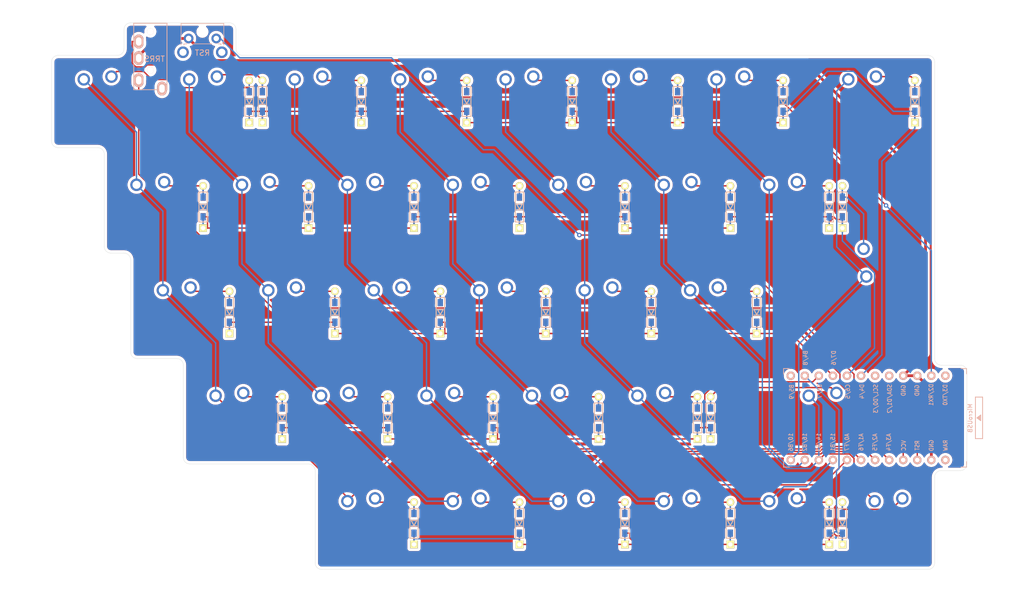
<source format=kicad_pcb>
(kicad_pcb (version 20171130) (host pcbnew "(5.1.2-1)-1")
  (layers (0 F.Cu signal) (31 B.Cu signal) (34 B.Paste user) (35 F.Paste user) (36 B.SilkS user) (37 F.SilkS user) (38 B.Mask user) (39 F.Mask user) (44 Edge.Cuts user))
  (net 0 "")
  (net 1 "Net-(D1-Pad2)")
  (net 2 row0)
  (net 3 "Net-(D2-Pad2)")
  (net 4 "Net-(D3-Pad2)")
  (net 5 "Net-(D4-Pad2)")
  (net 6 "Net-(D5-Pad2)")
  (net 7 "Net-(D6-Pad2)")
  (net 8 row1)
  (net 9 "Net-(D7-Pad2)")
  (net 10 "Net-(D8-Pad2)")
  (net 11 "Net-(D9-Pad2)")
  (net 12 "Net-(D10-Pad2)")
  (net 13 "Net-(D11-Pad2)")
  (net 14 "Net-(D12-Pad2)")
  (net 15 row2)
  (net 16 "Net-(D13-Pad2)")
  (net 17 "Net-(D14-Pad2)")
  (net 18 "Net-(D15-Pad2)")
  (net 19 "Net-(D16-Pad2)")
  (net 20 "Net-(D17-Pad2)")
  (net 21 "Net-(D18-Pad2)")
  (net 22 row3)
  (net 23 "Net-(D19-Pad2)")
  (net 24 "Net-(D20-Pad2)")
  (net 25 "Net-(D21-Pad2)")
  (net 26 "Net-(D22-Pad2)")
  (net 27 "Net-(D23-Pad2)")
  (net 28 "Net-(D24-Pad2)")
  (net 29 row4)
  (net 30 "Net-(D25-Pad2)")
  (net 31 "Net-(D26-Pad2)")
  (net 32 "Net-(D27-Pad2)")
  (net 33 "Net-(D28-Pad2)")
  (net 34 VCC)
  (net 35 "Net-(J1-PadA)")
  (net 36 data)
  (net 37 GND)
  (net 38 reset)
  (net 39 col0)
  (net 40 col1)
  (net 41 col2)
  (net 42 col3)
  (net 43 col4)
  (net 44 col5)
  (net 45 "Net-(U1-Pad1)")
  (net 46 "Net-(U1-Pad5)")
  (net 47 "Net-(U1-Pad6)")
  (net 48 "Net-(U1-Pad12)")
  (net 49 "Net-(U1-Pad24)")
  (net 50 "Net-(D29-Pad2)")
  (net 51 "Net-(D30-Pad2)")
  (net 52 "Net-(D31-Pad2)")
  (net 53 "Net-(D32-Pad2)")
  (net 54 "Net-(D33-Pad2)")
  (net 55 "Net-(D34-Pad2)")
  (net 56 col6)
  (net 57 col7)
  (module Alps_Only:ALPS-1U (layer F.Cu) (at 147.638 33.3375)
    (fp_text reference SW1)
    (fp_text value SW_PUSH)
    (pad 1 thru_hole circle (at -2.5 -4) (size 2.25 2.25) (drill 1.47) (layers *.Cu B.Mask) (net 39 col0))
    (pad 2 thru_hole circle (at 2.5 -4.5) (size 2.25 2.25) (drill 1.47) (layers *.Cu B.Mask) (net 1 "Net-(D1-Pad2)"))
  )
  (module Alps_Only:ALPS-1U (layer F.Cu) (at 166.688 33.3375)
    (fp_text reference SW2)
    (fp_text value SW_PUSH)
    (pad 2 thru_hole circle (at 2.5 -4.5) (size 2.25 2.25) (drill 1.47) (layers *.Cu B.Mask) (net 3 "Net-(D2-Pad2)"))
    (pad 1 thru_hole circle (at -2.5 -4) (size 2.25 2.25) (drill 1.47) (layers *.Cu B.Mask) (net 40 col1))
  )
  (module Alps_Only:ALPS-1U (layer F.Cu) (at 185.738 33.3375)
    (fp_text reference SW3)
    (fp_text value SW_PUSH)
    (pad 2 thru_hole circle (at 2.5 -4.5) (size 2.25 2.25) (drill 1.47) (layers *.Cu B.Mask) (net 4 "Net-(D3-Pad2)"))
    (pad 1 thru_hole circle (at -2.5 -4) (size 2.25 2.25) (drill 1.47) (layers *.Cu B.Mask) (net 41 col2))
  )
  (module Alps_Only:ALPS-1U (layer F.Cu) (at 204.788 33.3375)
    (fp_text reference SW4)
    (fp_text value SW_PUSH)
    (pad 1 thru_hole circle (at -2.5 -4) (size 2.25 2.25) (drill 1.47) (layers *.Cu B.Mask) (net 42 col3))
    (pad 2 thru_hole circle (at 2.5 -4.5) (size 2.25 2.25) (drill 1.47) (layers *.Cu B.Mask) (net 5 "Net-(D4-Pad2)"))
  )
  (module Alps_Only:ALPS-1U (layer F.Cu) (at 223.838 33.3375)
    (fp_text reference SW5)
    (fp_text value SW_PUSH)
    (pad 2 thru_hole circle (at 2.5 -4.5) (size 2.25 2.25) (drill 1.47) (layers *.Cu B.Mask) (net 6 "Net-(D5-Pad2)"))
    (pad 1 thru_hole circle (at -2.5 -4) (size 2.25 2.25) (drill 1.47) (layers *.Cu B.Mask) (net 43 col4))
  )
  (module Alps_Only:ALPS-1U (layer F.Cu) (at 242.888 33.3375)
    (fp_text reference SW6)
    (fp_text value SW_PUSH)
    (pad 1 thru_hole circle (at -2.5 -4) (size 2.25 2.25) (drill 1.47) (layers *.Cu B.Mask) (net 44 col5))
    (pad 2 thru_hole circle (at 2.5 -4.5) (size 2.25 2.25) (drill 1.47) (layers *.Cu B.Mask) (net 7 "Net-(D6-Pad2)"))
  )
  (module Alps_Only:ALPS-1U (layer F.Cu) (at 157.162 52.3875)
    (fp_text reference SW9)
    (fp_text value SW_PUSH)
    (pad 1 thru_hole circle (at -2.5 -4) (size 2.25 2.25) (drill 1.47) (layers *.Cu B.Mask) (net 39 col0))
    (pad 2 thru_hole circle (at 2.5 -4.5) (size 2.25 2.25) (drill 1.47) (layers *.Cu B.Mask) (net 11 "Net-(D9-Pad2)"))
  )
  (module Alps_Only:ALPS-1U (layer F.Cu) (at 176.212 52.3875)
    (fp_text reference SW10)
    (fp_text value SW_PUSH)
    (pad 2 thru_hole circle (at 2.5 -4.5) (size 2.25 2.25) (drill 1.47) (layers *.Cu B.Mask) (net 12 "Net-(D10-Pad2)"))
    (pad 1 thru_hole circle (at -2.5 -4) (size 2.25 2.25) (drill 1.47) (layers *.Cu B.Mask) (net 40 col1))
  )
  (module Alps_Only:ALPS-1U (layer F.Cu) (at 195.262 52.3875)
    (fp_text reference SW11)
    (fp_text value SW_PUSH)
    (pad 1 thru_hole circle (at -2.5 -4) (size 2.25 2.25) (drill 1.47) (layers *.Cu B.Mask) (net 41 col2))
    (pad 2 thru_hole circle (at 2.5 -4.5) (size 2.25 2.25) (drill 1.47) (layers *.Cu B.Mask) (net 13 "Net-(D11-Pad2)"))
  )
  (module Alps_Only:ALPS-1U (layer F.Cu) (at 214.312 52.3875)
    (fp_text reference SW12)
    (fp_text value SW_PUSH)
    (pad 2 thru_hole circle (at 2.5 -4.5) (size 2.25 2.25) (drill 1.47) (layers *.Cu B.Mask) (net 14 "Net-(D12-Pad2)"))
    (pad 1 thru_hole circle (at -2.5 -4) (size 2.25 2.25) (drill 1.47) (layers *.Cu B.Mask) (net 42 col3))
  )
  (module Alps_Only:ALPS-1U (layer F.Cu) (at 252.412 52.3875)
    (fp_text reference SW14)
    (fp_text value SW_PUSH)
    (pad 1 thru_hole circle (at -2.5 -4) (size 2.25 2.25) (drill 1.47) (layers *.Cu B.Mask) (net 44 col5))
    (pad 2 thru_hole circle (at 2.5 -4.5) (size 2.25 2.25) (drill 1.47) (layers *.Cu B.Mask) (net 17 "Net-(D14-Pad2)"))
  )
  (module Alps_Only:ALPS-1U (layer F.Cu) (at 271.462 52.3875)
    (fp_text reference SW15)
    (fp_text value SW_PUSH)
    (pad 2 thru_hole circle (at 2.5 -4.5) (size 2.25 2.25) (drill 1.47) (layers *.Cu B.Mask) (net 18 "Net-(D15-Pad2)"))
    (pad 1 thru_hole circle (at -2.5 -4) (size 2.25 2.25) (drill 1.47) (layers *.Cu B.Mask) (net 56 col6))
  )
  (module Alps_Only:ALPS-1U (layer F.Cu) (at 290.512 62.455 90)
    (fp_text reference SW16)
    (fp_text value SW_PUSH)
    (pad 1 thru_hole circle (at -2.5 -4 90) (size 2.25 2.25) (drill 1.47) (layers *.Cu B.Mask) (net 57 col7))
    (pad 2 thru_hole circle (at 2.5 -4.5 90) (size 2.25 2.25) (drill 1.47) (layers *.Cu B.Mask) (net 19 "Net-(D16-Pad2)"))
  )
  (module Alps_Only:ALPS-1U (layer F.Cu) (at 161.925 71.4375)
    (fp_text reference SW17)
    (fp_text value SW_PUSH)
    (pad 2 thru_hole circle (at 2.5 -4.5) (size 2.25 2.25) (drill 1.47) (layers *.Cu B.Mask) (net 20 "Net-(D17-Pad2)"))
    (pad 1 thru_hole circle (at -2.5 -4) (size 2.25 2.25) (drill 1.47) (layers *.Cu B.Mask) (net 39 col0))
  )
  (module Alps_Only:ALPS-1U (layer F.Cu) (at 180.975 71.4375)
    (fp_text reference SW18)
    (fp_text value SW_PUSH)
    (pad 1 thru_hole circle (at -2.5 -4) (size 2.25 2.25) (drill 1.47) (layers *.Cu B.Mask) (net 40 col1))
    (pad 2 thru_hole circle (at 2.5 -4.5) (size 2.25 2.25) (drill 1.47) (layers *.Cu B.Mask) (net 21 "Net-(D18-Pad2)"))
  )
  (module Alps_Only:ALPS-1U (layer F.Cu) (at 219.075 71.4375)
    (fp_text reference SW20)
    (fp_text value SW_PUSH)
    (pad 2 thru_hole circle (at 2.5 -4.5) (size 2.25 2.25) (drill 1.47) (layers *.Cu B.Mask) (net 24 "Net-(D20-Pad2)"))
    (pad 1 thru_hole circle (at -2.5 -4) (size 2.25 2.25) (drill 1.47) (layers *.Cu B.Mask) (net 42 col3))
  )
  (module Alps_Only:ALPS-1U (layer F.Cu) (at 238.125 71.4375)
    (fp_text reference SW21)
    (fp_text value SW_PUSH)
    (pad 1 thru_hole circle (at -2.5 -4) (size 2.25 2.25) (drill 1.47) (layers *.Cu B.Mask) (net 43 col4))
    (pad 2 thru_hole circle (at 2.5 -4.5) (size 2.25 2.25) (drill 1.47) (layers *.Cu B.Mask) (net 25 "Net-(D21-Pad2)"))
  )
  (module Alps_Only:ALPS-1U (layer F.Cu) (at 257.175 71.4375)
    (fp_text reference SW22)
    (fp_text value SW_PUSH)
    (pad 2 thru_hole circle (at 2.5 -4.5) (size 2.25 2.25) (drill 1.47) (layers *.Cu B.Mask) (net 26 "Net-(D22-Pad2)"))
    (pad 1 thru_hole circle (at -2.5 -4) (size 2.25 2.25) (drill 1.47) (layers *.Cu B.Mask) (net 44 col5))
  )
  (module Alps_Only:ALPS-1U (layer F.Cu) (at 171.45 90.4875)
    (fp_text reference SW23)
    (fp_text value SW_PUSH)
    (pad 1 thru_hole circle (at -2.5 -4) (size 2.25 2.25) (drill 1.47) (layers *.Cu B.Mask) (net 39 col0))
    (pad 2 thru_hole circle (at 2.5 -4.5) (size 2.25 2.25) (drill 1.47) (layers *.Cu B.Mask) (net 27 "Net-(D23-Pad2)"))
  )
  (module Alps_Only:ALPS-1U (layer F.Cu) (at 190.5 90.4875)
    (fp_text reference SW24)
    (fp_text value SW_PUSH)
    (pad 2 thru_hole circle (at 2.5 -4.5) (size 2.25 2.25) (drill 1.47) (layers *.Cu B.Mask) (net 28 "Net-(D24-Pad2)"))
    (pad 1 thru_hole circle (at -2.5 -4) (size 2.25 2.25) (drill 1.47) (layers *.Cu B.Mask) (net 40 col1))
  )
  (module Alps_Only:ALPS-1U (layer F.Cu) (at 209.55 90.4875)
    (fp_text reference SW25)
    (fp_text value SW_PUSH)
    (pad 1 thru_hole circle (at -2.5 -4) (size 2.25 2.25) (drill 1.47) (layers *.Cu B.Mask) (net 41 col2))
    (pad 2 thru_hole circle (at 2.5 -4.5) (size 2.25 2.25) (drill 1.47) (layers *.Cu B.Mask) (net 30 "Net-(D25-Pad2)"))
  )
  (module Alps_Only:ALPS-1U (layer F.Cu) (at 228.6 90.4875)
    (fp_text reference SW26)
    (fp_text value SW_PUSH)
    (pad 2 thru_hole circle (at 2.5 -4.5) (size 2.25 2.25) (drill 1.47) (layers *.Cu B.Mask) (net 31 "Net-(D26-Pad2)"))
    (pad 1 thru_hole circle (at -2.5 -4) (size 2.25 2.25) (drill 1.47) (layers *.Cu B.Mask) (net 42 col3))
  )
  (module kbd:D3_TH_SMD (layer F.Cu) (at 175.022 33.3375 90)
    (fp_text reference D1 hide)
    (fp_text value D hide)
    (pad 1 smd rect (at -1.775 0 90) (size 1.3 0.95) (layers F.Cu F.Paste F.Mask) (net 2 row0))
    (pad 2 smd rect (at 1.775 0 90) (size 1.3 0.95) (layers B.Cu B.Paste B.Mask) (net 1 "Net-(D1-Pad2)"))
    (pad 1 smd rect (at -1.775 0 90) (size 1.3 0.95) (layers B.Cu B.Paste B.Mask) (net 2 row0))
    (pad 1 thru_hole rect (at -3.81 0 90) (size 1.397 1.397) (drill 0.8128) (layers *.Cu *.Mask F.SilkS) (net 2 row0))
    (pad 2 thru_hole circle (at 3.81 0 90) (size 1.397 1.397) (drill 0.8128) (layers *.Cu *.Mask F.SilkS) (net 1 "Net-(D1-Pad2)"))
    (pad 2 smd rect (at 1.775 0 90) (size 1.3 0.95) (layers F.Cu F.Paste F.Mask) (net 1 "Net-(D1-Pad2)"))
  )
  (module kbd:D3_TH_SMD (layer F.Cu) (at 177.403 33.3375 90)
    (fp_text reference D2 hide)
    (fp_text value D hide)
    (pad 2 smd rect (at 1.775 0 90) (size 1.3 0.95) (layers F.Cu F.Paste F.Mask) (net 3 "Net-(D2-Pad2)"))
    (pad 2 thru_hole circle (at 3.81 0 90) (size 1.397 1.397) (drill 0.8128) (layers *.Cu *.Mask F.SilkS) (net 3 "Net-(D2-Pad2)"))
    (pad 1 thru_hole rect (at -3.81 0 90) (size 1.397 1.397) (drill 0.8128) (layers *.Cu *.Mask F.SilkS) (net 2 row0))
    (pad 1 smd rect (at -1.775 0 90) (size 1.3 0.95) (layers B.Cu B.Paste B.Mask) (net 2 row0))
    (pad 2 smd rect (at 1.775 0 90) (size 1.3 0.95) (layers B.Cu B.Paste B.Mask) (net 3 "Net-(D2-Pad2)"))
    (pad 1 smd rect (at -1.775 0 90) (size 1.3 0.95) (layers F.Cu F.Paste F.Mask) (net 2 row0))
  )
  (module kbd:D3_TH_SMD (layer F.Cu) (at 195.262 33.3375 90)
    (fp_text reference D3 hide)
    (fp_text value D hide)
    (pad 1 smd rect (at -1.775 0 90) (size 1.3 0.95) (layers F.Cu F.Paste F.Mask) (net 2 row0))
    (pad 2 smd rect (at 1.775 0 90) (size 1.3 0.95) (layers B.Cu B.Paste B.Mask) (net 4 "Net-(D3-Pad2)"))
    (pad 1 smd rect (at -1.775 0 90) (size 1.3 0.95) (layers B.Cu B.Paste B.Mask) (net 2 row0))
    (pad 1 thru_hole rect (at -3.81 0 90) (size 1.397 1.397) (drill 0.8128) (layers *.Cu *.Mask F.SilkS) (net 2 row0))
    (pad 2 thru_hole circle (at 3.81 0 90) (size 1.397 1.397) (drill 0.8128) (layers *.Cu *.Mask F.SilkS) (net 4 "Net-(D3-Pad2)"))
    (pad 2 smd rect (at 1.775 0 90) (size 1.3 0.95) (layers F.Cu F.Paste F.Mask) (net 4 "Net-(D3-Pad2)"))
  )
  (module kbd:D3_TH_SMD (layer F.Cu) (at 214.312 33.3375 90)
    (fp_text reference D4 hide)
    (fp_text value D hide)
    (pad 2 smd rect (at 1.775 0 90) (size 1.3 0.95) (layers F.Cu F.Paste F.Mask) (net 5 "Net-(D4-Pad2)"))
    (pad 2 thru_hole circle (at 3.81 0 90) (size 1.397 1.397) (drill 0.8128) (layers *.Cu *.Mask F.SilkS) (net 5 "Net-(D4-Pad2)"))
    (pad 1 thru_hole rect (at -3.81 0 90) (size 1.397 1.397) (drill 0.8128) (layers *.Cu *.Mask F.SilkS) (net 2 row0))
    (pad 1 smd rect (at -1.775 0 90) (size 1.3 0.95) (layers B.Cu B.Paste B.Mask) (net 2 row0))
    (pad 2 smd rect (at 1.775 0 90) (size 1.3 0.95) (layers B.Cu B.Paste B.Mask) (net 5 "Net-(D4-Pad2)"))
    (pad 1 smd rect (at -1.775 0 90) (size 1.3 0.95) (layers F.Cu F.Paste F.Mask) (net 2 row0))
  )
  (module kbd:D3_TH_SMD (layer F.Cu) (at 233.362 33.3375 90)
    (fp_text reference D5 hide)
    (fp_text value D hide)
    (pad 1 smd rect (at -1.775 0 90) (size 1.3 0.95) (layers F.Cu F.Paste F.Mask) (net 2 row0))
    (pad 2 smd rect (at 1.775 0 90) (size 1.3 0.95) (layers B.Cu B.Paste B.Mask) (net 6 "Net-(D5-Pad2)"))
    (pad 1 smd rect (at -1.775 0 90) (size 1.3 0.95) (layers B.Cu B.Paste B.Mask) (net 2 row0))
    (pad 1 thru_hole rect (at -3.81 0 90) (size 1.397 1.397) (drill 0.8128) (layers *.Cu *.Mask F.SilkS) (net 2 row0))
    (pad 2 thru_hole circle (at 3.81 0 90) (size 1.397 1.397) (drill 0.8128) (layers *.Cu *.Mask F.SilkS) (net 6 "Net-(D5-Pad2)"))
    (pad 2 smd rect (at 1.775 0 90) (size 1.3 0.95) (layers F.Cu F.Paste F.Mask) (net 6 "Net-(D5-Pad2)"))
  )
  (module kbd:D3_TH_SMD (layer F.Cu) (at 252.412 33.3375 90)
    (fp_text reference D6 hide)
    (fp_text value D hide)
    (pad 2 smd rect (at 1.775 0 90) (size 1.3 0.95) (layers F.Cu F.Paste F.Mask) (net 7 "Net-(D6-Pad2)"))
    (pad 2 thru_hole circle (at 3.81 0 90) (size 1.397 1.397) (drill 0.8128) (layers *.Cu *.Mask F.SilkS) (net 7 "Net-(D6-Pad2)"))
    (pad 1 thru_hole rect (at -3.81 0 90) (size 1.397 1.397) (drill 0.8128) (layers *.Cu *.Mask F.SilkS) (net 2 row0))
    (pad 1 smd rect (at -1.775 0 90) (size 1.3 0.95) (layers B.Cu B.Paste B.Mask) (net 2 row0))
    (pad 2 smd rect (at 1.775 0 90) (size 1.3 0.95) (layers B.Cu B.Paste B.Mask) (net 7 "Net-(D6-Pad2)"))
    (pad 1 smd rect (at -1.775 0 90) (size 1.3 0.95) (layers F.Cu F.Paste F.Mask) (net 2 row0))
  )
  (module kbd:D3_TH_SMD (layer F.Cu) (at 271.462 33.3375 90)
    (fp_text reference D7 hide)
    (fp_text value D hide)
    (pad 1 smd rect (at -1.775 0 90) (size 1.3 0.95) (layers F.Cu F.Paste F.Mask) (net 2 row0))
    (pad 2 smd rect (at 1.775 0 90) (size 1.3 0.95) (layers B.Cu B.Paste B.Mask) (net 9 "Net-(D7-Pad2)"))
    (pad 1 smd rect (at -1.775 0 90) (size 1.3 0.95) (layers B.Cu B.Paste B.Mask) (net 2 row0))
    (pad 1 thru_hole rect (at -3.81 0 90) (size 1.397 1.397) (drill 0.8128) (layers *.Cu *.Mask F.SilkS) (net 2 row0))
    (pad 2 thru_hole circle (at 3.81 0 90) (size 1.397 1.397) (drill 0.8128) (layers *.Cu *.Mask F.SilkS) (net 9 "Net-(D7-Pad2)"))
    (pad 2 smd rect (at 1.775 0 90) (size 1.3 0.95) (layers F.Cu F.Paste F.Mask) (net 9 "Net-(D7-Pad2)"))
  )
  (module kbd:D3_TH_SMD (layer F.Cu) (at 295.275 33.3375 90)
    (fp_text reference D8 hide)
    (fp_text value D hide)
    (pad 2 smd rect (at 1.775 0 90) (size 1.3 0.95) (layers F.Cu F.Paste F.Mask) (net 10 "Net-(D8-Pad2)"))
    (pad 2 thru_hole circle (at 3.81 0 90) (size 1.397 1.397) (drill 0.8128) (layers *.Cu *.Mask F.SilkS) (net 10 "Net-(D8-Pad2)"))
    (pad 1 thru_hole rect (at -3.81 0 90) (size 1.397 1.397) (drill 0.8128) (layers *.Cu *.Mask F.SilkS) (net 2 row0))
    (pad 1 smd rect (at -1.775 0 90) (size 1.3 0.95) (layers B.Cu B.Paste B.Mask) (net 2 row0))
    (pad 2 smd rect (at 1.775 0 90) (size 1.3 0.95) (layers B.Cu B.Paste B.Mask) (net 10 "Net-(D8-Pad2)"))
    (pad 1 smd rect (at -1.775 0 90) (size 1.3 0.95) (layers F.Cu F.Paste F.Mask) (net 2 row0))
  )
  (module kbd:D3_TH_SMD (layer F.Cu) (at 166.688 52.3875 90)
    (fp_text reference D9 hide)
    (fp_text value D hide)
    (pad 1 smd rect (at -1.775 0 90) (size 1.3 0.95) (layers F.Cu F.Paste F.Mask) (net 8 row1))
    (pad 2 smd rect (at 1.775 0 90) (size 1.3 0.95) (layers B.Cu B.Paste B.Mask) (net 11 "Net-(D9-Pad2)"))
    (pad 1 smd rect (at -1.775 0 90) (size 1.3 0.95) (layers B.Cu B.Paste B.Mask) (net 8 row1))
    (pad 1 thru_hole rect (at -3.81 0 90) (size 1.397 1.397) (drill 0.8128) (layers *.Cu *.Mask F.SilkS) (net 8 row1))
    (pad 2 thru_hole circle (at 3.81 0 90) (size 1.397 1.397) (drill 0.8128) (layers *.Cu *.Mask F.SilkS) (net 11 "Net-(D9-Pad2)"))
    (pad 2 smd rect (at 1.775 0 90) (size 1.3 0.95) (layers F.Cu F.Paste F.Mask) (net 11 "Net-(D9-Pad2)"))
  )
  (module kbd:D3_TH_SMD (layer F.Cu) (at 185.738 52.3875 90)
    (fp_text reference D10 hide)
    (fp_text value D hide)
    (pad 2 smd rect (at 1.775 0 90) (size 1.3 0.95) (layers F.Cu F.Paste F.Mask) (net 12 "Net-(D10-Pad2)"))
    (pad 2 thru_hole circle (at 3.81 0 90) (size 1.397 1.397) (drill 0.8128) (layers *.Cu *.Mask F.SilkS) (net 12 "Net-(D10-Pad2)"))
    (pad 1 thru_hole rect (at -3.81 0 90) (size 1.397 1.397) (drill 0.8128) (layers *.Cu *.Mask F.SilkS) (net 8 row1))
    (pad 1 smd rect (at -1.775 0 90) (size 1.3 0.95) (layers B.Cu B.Paste B.Mask) (net 8 row1))
    (pad 2 smd rect (at 1.775 0 90) (size 1.3 0.95) (layers B.Cu B.Paste B.Mask) (net 12 "Net-(D10-Pad2)"))
    (pad 1 smd rect (at -1.775 0 90) (size 1.3 0.95) (layers F.Cu F.Paste F.Mask) (net 8 row1))
  )
  (module kbd:D3_TH_SMD (layer F.Cu) (at 204.788 52.3875 90)
    (fp_text reference D11 hide)
    (fp_text value D hide)
    (pad 1 smd rect (at -1.775 0 90) (size 1.3 0.95) (layers F.Cu F.Paste F.Mask) (net 8 row1))
    (pad 2 smd rect (at 1.775 0 90) (size 1.3 0.95) (layers B.Cu B.Paste B.Mask) (net 13 "Net-(D11-Pad2)"))
    (pad 1 smd rect (at -1.775 0 90) (size 1.3 0.95) (layers B.Cu B.Paste B.Mask) (net 8 row1))
    (pad 1 thru_hole rect (at -3.81 0 90) (size 1.397 1.397) (drill 0.8128) (layers *.Cu *.Mask F.SilkS) (net 8 row1))
    (pad 2 thru_hole circle (at 3.81 0 90) (size 1.397 1.397) (drill 0.8128) (layers *.Cu *.Mask F.SilkS) (net 13 "Net-(D11-Pad2)"))
    (pad 2 smd rect (at 1.775 0 90) (size 1.3 0.95) (layers F.Cu F.Paste F.Mask) (net 13 "Net-(D11-Pad2)"))
  )
  (module kbd:D3_TH_SMD (layer F.Cu) (at 223.838 52.3875 90)
    (fp_text reference D12 hide)
    (fp_text value D hide)
    (pad 2 smd rect (at 1.775 0 90) (size 1.3 0.95) (layers F.Cu F.Paste F.Mask) (net 14 "Net-(D12-Pad2)"))
    (pad 2 thru_hole circle (at 3.81 0 90) (size 1.397 1.397) (drill 0.8128) (layers *.Cu *.Mask F.SilkS) (net 14 "Net-(D12-Pad2)"))
    (pad 1 thru_hole rect (at -3.81 0 90) (size 1.397 1.397) (drill 0.8128) (layers *.Cu *.Mask F.SilkS) (net 8 row1))
    (pad 1 smd rect (at -1.775 0 90) (size 1.3 0.95) (layers B.Cu B.Paste B.Mask) (net 8 row1))
    (pad 2 smd rect (at 1.775 0 90) (size 1.3 0.95) (layers B.Cu B.Paste B.Mask) (net 14 "Net-(D12-Pad2)"))
    (pad 1 smd rect (at -1.775 0 90) (size 1.3 0.95) (layers F.Cu F.Paste F.Mask) (net 8 row1))
  )
  (module kbd:D3_TH_SMD (layer F.Cu) (at 242.888 52.3875 90)
    (fp_text reference D13 hide)
    (fp_text value D hide)
    (pad 1 smd rect (at -1.775 0 90) (size 1.3 0.95) (layers F.Cu F.Paste F.Mask) (net 8 row1))
    (pad 2 smd rect (at 1.775 0 90) (size 1.3 0.95) (layers B.Cu B.Paste B.Mask) (net 16 "Net-(D13-Pad2)"))
    (pad 1 smd rect (at -1.775 0 90) (size 1.3 0.95) (layers B.Cu B.Paste B.Mask) (net 8 row1))
    (pad 1 thru_hole rect (at -3.81 0 90) (size 1.397 1.397) (drill 0.8128) (layers *.Cu *.Mask F.SilkS) (net 8 row1))
    (pad 2 thru_hole circle (at 3.81 0 90) (size 1.397 1.397) (drill 0.8128) (layers *.Cu *.Mask F.SilkS) (net 16 "Net-(D13-Pad2)"))
    (pad 2 smd rect (at 1.775 0 90) (size 1.3 0.95) (layers F.Cu F.Paste F.Mask) (net 16 "Net-(D13-Pad2)"))
  )
  (module kbd:D3_TH_SMD (layer F.Cu) (at 261.938 52.3875 90)
    (fp_text reference D14 hide)
    (fp_text value D hide)
    (pad 2 smd rect (at 1.775 0 90) (size 1.3 0.95) (layers F.Cu F.Paste F.Mask) (net 17 "Net-(D14-Pad2)"))
    (pad 2 thru_hole circle (at 3.81 0 90) (size 1.397 1.397) (drill 0.8128) (layers *.Cu *.Mask F.SilkS) (net 17 "Net-(D14-Pad2)"))
    (pad 1 thru_hole rect (at -3.81 0 90) (size 1.397 1.397) (drill 0.8128) (layers *.Cu *.Mask F.SilkS) (net 8 row1))
    (pad 1 smd rect (at -1.775 0 90) (size 1.3 0.95) (layers B.Cu B.Paste B.Mask) (net 8 row1))
    (pad 2 smd rect (at 1.775 0 90) (size 1.3 0.95) (layers B.Cu B.Paste B.Mask) (net 17 "Net-(D14-Pad2)"))
    (pad 1 smd rect (at -1.775 0 90) (size 1.3 0.95) (layers F.Cu F.Paste F.Mask) (net 8 row1))
  )
  (module kbd:D3_TH_SMD (layer F.Cu) (at 279.797 52.3875 90)
    (fp_text reference D15 hide)
    (fp_text value D hide)
    (pad 1 smd rect (at -1.775 0 90) (size 1.3 0.95) (layers F.Cu F.Paste F.Mask) (net 8 row1))
    (pad 2 smd rect (at 1.775 0 90) (size 1.3 0.95) (layers B.Cu B.Paste B.Mask) (net 18 "Net-(D15-Pad2)"))
    (pad 1 smd rect (at -1.775 0 90) (size 1.3 0.95) (layers B.Cu B.Paste B.Mask) (net 8 row1))
    (pad 1 thru_hole rect (at -3.81 0 90) (size 1.397 1.397) (drill 0.8128) (layers *.Cu *.Mask F.SilkS) (net 8 row1))
    (pad 2 thru_hole circle (at 3.81 0 90) (size 1.397 1.397) (drill 0.8128) (layers *.Cu *.Mask F.SilkS) (net 18 "Net-(D15-Pad2)"))
    (pad 2 smd rect (at 1.775 0 90) (size 1.3 0.95) (layers F.Cu F.Paste F.Mask) (net 18 "Net-(D15-Pad2)"))
  )
  (module kbd:D3_TH_SMD (layer F.Cu) (at 282.178 52.3875 90)
    (fp_text reference D16 hide)
    (fp_text value D hide)
    (pad 2 smd rect (at 1.775 0 90) (size 1.3 0.95) (layers F.Cu F.Paste F.Mask) (net 19 "Net-(D16-Pad2)"))
    (pad 2 thru_hole circle (at 3.81 0 90) (size 1.397 1.397) (drill 0.8128) (layers *.Cu *.Mask F.SilkS) (net 19 "Net-(D16-Pad2)"))
    (pad 1 thru_hole rect (at -3.81 0 90) (size 1.397 1.397) (drill 0.8128) (layers *.Cu *.Mask F.SilkS) (net 8 row1))
    (pad 1 smd rect (at -1.775 0 90) (size 1.3 0.95) (layers B.Cu B.Paste B.Mask) (net 8 row1))
    (pad 2 smd rect (at 1.775 0 90) (size 1.3 0.95) (layers B.Cu B.Paste B.Mask) (net 19 "Net-(D16-Pad2)"))
    (pad 1 smd rect (at -1.775 0 90) (size 1.3 0.95) (layers F.Cu F.Paste F.Mask) (net 8 row1))
  )
  (module kbd:D3_TH_SMD (layer F.Cu) (at 171.45 71.4375 90)
    (fp_text reference D17 hide)
    (fp_text value D hide)
    (pad 1 smd rect (at -1.775 0 90) (size 1.3 0.95) (layers F.Cu F.Paste F.Mask) (net 15 row2))
    (pad 2 smd rect (at 1.775 0 90) (size 1.3 0.95) (layers B.Cu B.Paste B.Mask) (net 20 "Net-(D17-Pad2)"))
    (pad 1 smd rect (at -1.775 0 90) (size 1.3 0.95) (layers B.Cu B.Paste B.Mask) (net 15 row2))
    (pad 1 thru_hole rect (at -3.81 0 90) (size 1.397 1.397) (drill 0.8128) (layers *.Cu *.Mask F.SilkS) (net 15 row2))
    (pad 2 thru_hole circle (at 3.81 0 90) (size 1.397 1.397) (drill 0.8128) (layers *.Cu *.Mask F.SilkS) (net 20 "Net-(D17-Pad2)"))
    (pad 2 smd rect (at 1.775 0 90) (size 1.3 0.95) (layers F.Cu F.Paste F.Mask) (net 20 "Net-(D17-Pad2)"))
  )
  (module kbd:D3_TH_SMD (layer F.Cu) (at 190.5 71.4375 90)
    (fp_text reference D18 hide)
    (fp_text value D hide)
    (pad 2 smd rect (at 1.775 0 90) (size 1.3 0.95) (layers F.Cu F.Paste F.Mask) (net 21 "Net-(D18-Pad2)"))
    (pad 2 thru_hole circle (at 3.81 0 90) (size 1.397 1.397) (drill 0.8128) (layers *.Cu *.Mask F.SilkS) (net 21 "Net-(D18-Pad2)"))
    (pad 1 thru_hole rect (at -3.81 0 90) (size 1.397 1.397) (drill 0.8128) (layers *.Cu *.Mask F.SilkS) (net 15 row2))
    (pad 1 smd rect (at -1.775 0 90) (size 1.3 0.95) (layers B.Cu B.Paste B.Mask) (net 15 row2))
    (pad 2 smd rect (at 1.775 0 90) (size 1.3 0.95) (layers B.Cu B.Paste B.Mask) (net 21 "Net-(D18-Pad2)"))
    (pad 1 smd rect (at -1.775 0 90) (size 1.3 0.95) (layers F.Cu F.Paste F.Mask) (net 15 row2))
  )
  (module kbd:D3_TH_SMD (layer F.Cu) (at 209.55 71.4375 90)
    (fp_text reference D19 hide)
    (fp_text value D hide)
    (pad 1 smd rect (at -1.775 0 90) (size 1.3 0.95) (layers F.Cu F.Paste F.Mask) (net 15 row2))
    (pad 2 smd rect (at 1.775 0 90) (size 1.3 0.95) (layers B.Cu B.Paste B.Mask) (net 23 "Net-(D19-Pad2)"))
    (pad 1 smd rect (at -1.775 0 90) (size 1.3 0.95) (layers B.Cu B.Paste B.Mask) (net 15 row2))
    (pad 1 thru_hole rect (at -3.81 0 90) (size 1.397 1.397) (drill 0.8128) (layers *.Cu *.Mask F.SilkS) (net 15 row2))
    (pad 2 thru_hole circle (at 3.81 0 90) (size 1.397 1.397) (drill 0.8128) (layers *.Cu *.Mask F.SilkS) (net 23 "Net-(D19-Pad2)"))
    (pad 2 smd rect (at 1.775 0 90) (size 1.3 0.95) (layers F.Cu F.Paste F.Mask) (net 23 "Net-(D19-Pad2)"))
  )
  (module kbd:D3_TH_SMD (layer F.Cu) (at 228.6 71.4375 90)
    (fp_text reference D20 hide)
    (fp_text value D hide)
    (pad 2 smd rect (at 1.775 0 90) (size 1.3 0.95) (layers F.Cu F.Paste F.Mask) (net 24 "Net-(D20-Pad2)"))
    (pad 2 thru_hole circle (at 3.81 0 90) (size 1.397 1.397) (drill 0.8128) (layers *.Cu *.Mask F.SilkS) (net 24 "Net-(D20-Pad2)"))
    (pad 1 thru_hole rect (at -3.81 0 90) (size 1.397 1.397) (drill 0.8128) (layers *.Cu *.Mask F.SilkS) (net 15 row2))
    (pad 1 smd rect (at -1.775 0 90) (size 1.3 0.95) (layers B.Cu B.Paste B.Mask) (net 15 row2))
    (pad 2 smd rect (at 1.775 0 90) (size 1.3 0.95) (layers B.Cu B.Paste B.Mask) (net 24 "Net-(D20-Pad2)"))
    (pad 1 smd rect (at -1.775 0 90) (size 1.3 0.95) (layers F.Cu F.Paste F.Mask) (net 15 row2))
  )
  (module kbd:D3_TH_SMD (layer F.Cu) (at 247.65 71.4375 90)
    (fp_text reference D21 hide)
    (fp_text value D hide)
    (pad 1 smd rect (at -1.775 0 90) (size 1.3 0.95) (layers F.Cu F.Paste F.Mask) (net 15 row2))
    (pad 2 smd rect (at 1.775 0 90) (size 1.3 0.95) (layers B.Cu B.Paste B.Mask) (net 25 "Net-(D21-Pad2)"))
    (pad 1 smd rect (at -1.775 0 90) (size 1.3 0.95) (layers B.Cu B.Paste B.Mask) (net 15 row2))
    (pad 1 thru_hole rect (at -3.81 0 90) (size 1.397 1.397) (drill 0.8128) (layers *.Cu *.Mask F.SilkS) (net 15 row2))
    (pad 2 thru_hole circle (at 3.81 0 90) (size 1.397 1.397) (drill 0.8128) (layers *.Cu *.Mask F.SilkS) (net 25 "Net-(D21-Pad2)"))
    (pad 2 smd rect (at 1.775 0 90) (size 1.3 0.95) (layers F.Cu F.Paste F.Mask) (net 25 "Net-(D21-Pad2)"))
  )
  (module kbd:D3_TH_SMD (layer F.Cu) (at 266.7 71.4375 90)
    (fp_text reference D22 hide)
    (fp_text value D hide)
    (pad 2 smd rect (at 1.775 0 90) (size 1.3 0.95) (layers F.Cu F.Paste F.Mask) (net 26 "Net-(D22-Pad2)"))
    (pad 2 thru_hole circle (at 3.81 0 90) (size 1.397 1.397) (drill 0.8128) (layers *.Cu *.Mask F.SilkS) (net 26 "Net-(D22-Pad2)"))
    (pad 1 thru_hole rect (at -3.81 0 90) (size 1.397 1.397) (drill 0.8128) (layers *.Cu *.Mask F.SilkS) (net 15 row2))
    (pad 1 smd rect (at -1.775 0 90) (size 1.3 0.95) (layers B.Cu B.Paste B.Mask) (net 15 row2))
    (pad 2 smd rect (at 1.775 0 90) (size 1.3 0.95) (layers B.Cu B.Paste B.Mask) (net 26 "Net-(D22-Pad2)"))
    (pad 1 smd rect (at -1.775 0 90) (size 1.3 0.95) (layers F.Cu F.Paste F.Mask) (net 15 row2))
  )
  (module kbd:D3_TH_SMD (layer F.Cu) (at 180.975 90.4875 90)
    (fp_text reference D23 hide)
    (fp_text value D hide)
    (pad 1 smd rect (at -1.775 0 90) (size 1.3 0.95) (layers F.Cu F.Paste F.Mask) (net 22 row3))
    (pad 2 smd rect (at 1.775 0 90) (size 1.3 0.95) (layers B.Cu B.Paste B.Mask) (net 27 "Net-(D23-Pad2)"))
    (pad 1 smd rect (at -1.775 0 90) (size 1.3 0.95) (layers B.Cu B.Paste B.Mask) (net 22 row3))
    (pad 1 thru_hole rect (at -3.81 0 90) (size 1.397 1.397) (drill 0.8128) (layers *.Cu *.Mask F.SilkS) (net 22 row3))
    (pad 2 thru_hole circle (at 3.81 0 90) (size 1.397 1.397) (drill 0.8128) (layers *.Cu *.Mask F.SilkS) (net 27 "Net-(D23-Pad2)"))
    (pad 2 smd rect (at 1.775 0 90) (size 1.3 0.95) (layers F.Cu F.Paste F.Mask) (net 27 "Net-(D23-Pad2)"))
  )
  (module kbd:D3_TH_SMD (layer F.Cu) (at 200.025 90.4875 90)
    (fp_text reference D24 hide)
    (fp_text value D hide)
    (pad 2 smd rect (at 1.775 0 90) (size 1.3 0.95) (layers F.Cu F.Paste F.Mask) (net 28 "Net-(D24-Pad2)"))
    (pad 2 thru_hole circle (at 3.81 0 90) (size 1.397 1.397) (drill 0.8128) (layers *.Cu *.Mask F.SilkS) (net 28 "Net-(D24-Pad2)"))
    (pad 1 thru_hole rect (at -3.81 0 90) (size 1.397 1.397) (drill 0.8128) (layers *.Cu *.Mask F.SilkS) (net 22 row3))
    (pad 1 smd rect (at -1.775 0 90) (size 1.3 0.95) (layers B.Cu B.Paste B.Mask) (net 22 row3))
    (pad 2 smd rect (at 1.775 0 90) (size 1.3 0.95) (layers B.Cu B.Paste B.Mask) (net 28 "Net-(D24-Pad2)"))
    (pad 1 smd rect (at -1.775 0 90) (size 1.3 0.95) (layers F.Cu F.Paste F.Mask) (net 22 row3))
  )
  (module kbd:D3_TH_SMD (layer F.Cu) (at 219.075 90.4875 90)
    (fp_text reference D25 hide)
    (fp_text value D hide)
    (pad 1 smd rect (at -1.775 0 90) (size 1.3 0.95) (layers F.Cu F.Paste F.Mask) (net 22 row3))
    (pad 2 smd rect (at 1.775 0 90) (size 1.3 0.95) (layers B.Cu B.Paste B.Mask) (net 30 "Net-(D25-Pad2)"))
    (pad 1 smd rect (at -1.775 0 90) (size 1.3 0.95) (layers B.Cu B.Paste B.Mask) (net 22 row3))
    (pad 1 thru_hole rect (at -3.81 0 90) (size 1.397 1.397) (drill 0.8128) (layers *.Cu *.Mask F.SilkS) (net 22 row3))
    (pad 2 thru_hole circle (at 3.81 0 90) (size 1.397 1.397) (drill 0.8128) (layers *.Cu *.Mask F.SilkS) (net 30 "Net-(D25-Pad2)"))
    (pad 2 smd rect (at 1.775 0 90) (size 1.3 0.95) (layers F.Cu F.Paste F.Mask) (net 30 "Net-(D25-Pad2)"))
  )
  (module kbd:D3_TH_SMD (layer F.Cu) (at 238.125 90.4875 90)
    (fp_text reference D26 hide)
    (fp_text value D hide)
    (pad 2 smd rect (at 1.775 0 90) (size 1.3 0.95) (layers F.Cu F.Paste F.Mask) (net 31 "Net-(D26-Pad2)"))
    (pad 2 thru_hole circle (at 3.81 0 90) (size 1.397 1.397) (drill 0.8128) (layers *.Cu *.Mask F.SilkS) (net 31 "Net-(D26-Pad2)"))
    (pad 1 thru_hole rect (at -3.81 0 90) (size 1.397 1.397) (drill 0.8128) (layers *.Cu *.Mask F.SilkS) (net 22 row3))
    (pad 1 smd rect (at -1.775 0 90) (size 1.3 0.95) (layers B.Cu B.Paste B.Mask) (net 22 row3))
    (pad 2 smd rect (at 1.775 0 90) (size 1.3 0.95) (layers B.Cu B.Paste B.Mask) (net 31 "Net-(D26-Pad2)"))
    (pad 1 smd rect (at -1.775 0 90) (size 1.3 0.95) (layers F.Cu F.Paste F.Mask) (net 22 row3))
  )
  (module kbd:D3_TH_SMD (layer F.Cu) (at 255.984 90.4875 90)
    (fp_text reference D27 hide)
    (fp_text value D hide)
    (pad 1 smd rect (at -1.775 0 90) (size 1.3 0.95) (layers F.Cu F.Paste F.Mask) (net 22 row3))
    (pad 2 smd rect (at 1.775 0 90) (size 1.3 0.95) (layers B.Cu B.Paste B.Mask) (net 32 "Net-(D27-Pad2)"))
    (pad 1 smd rect (at -1.775 0 90) (size 1.3 0.95) (layers B.Cu B.Paste B.Mask) (net 22 row3))
    (pad 1 thru_hole rect (at -3.81 0 90) (size 1.397 1.397) (drill 0.8128) (layers *.Cu *.Mask F.SilkS) (net 22 row3))
    (pad 2 thru_hole circle (at 3.81 0 90) (size 1.397 1.397) (drill 0.8128) (layers *.Cu *.Mask F.SilkS) (net 32 "Net-(D27-Pad2)"))
    (pad 2 smd rect (at 1.775 0 90) (size 1.3 0.95) (layers F.Cu F.Paste F.Mask) (net 32 "Net-(D27-Pad2)"))
  )
  (module kbd:D3_TH_SMD (layer F.Cu) (at 258.366 90.4875 90)
    (fp_text reference D28 hide)
    (fp_text value D hide)
    (pad 2 smd rect (at 1.775 0 90) (size 1.3 0.95) (layers F.Cu F.Paste F.Mask) (net 33 "Net-(D28-Pad2)"))
    (pad 2 thru_hole circle (at 3.81 0 90) (size 1.397 1.397) (drill 0.8128) (layers *.Cu *.Mask F.SilkS) (net 33 "Net-(D28-Pad2)"))
    (pad 1 thru_hole rect (at -3.81 0 90) (size 1.397 1.397) (drill 0.8128) (layers *.Cu *.Mask F.SilkS) (net 22 row3))
    (pad 1 smd rect (at -1.775 0 90) (size 1.3 0.95) (layers B.Cu B.Paste B.Mask) (net 22 row3))
    (pad 2 smd rect (at 1.775 0 90) (size 1.3 0.95) (layers B.Cu B.Paste B.Mask) (net 33 "Net-(D28-Pad2)"))
    (pad 1 smd rect (at -1.775 0 90) (size 1.3 0.95) (layers F.Cu F.Paste F.Mask) (net 22 row3))
  )
  (module kbd:MJ-4PP-9_1side (layer B.Cu) (at 157.162 19.2 180)
    (fp_text reference J1)
    (fp_text value MJ-4PP-9 hide)
    (fp_text user TRRS (at -0.75 -6.45) (layer B.SilkS) (effects (justify mirror)))
    (pad "" np_thru_hole circle (at 0 -1.5 180) (size 1.2 1.2) (drill 1.2) (layers *.Cu *.Mask B.SilkS))
    (pad "" np_thru_hole circle (at 0 -8.5 180) (size 1.2 1.2) (drill 1.2) (layers *.Cu *.Mask B.SilkS))
    (pad B thru_hole oval (at 2.1 -3.3 180) (size 1.7 2.5) (drill oval 1 1.5) (layers *.Cu B.SilkS F.Mask) (net 36 data))
    (pad C thru_hole oval (at 2.1 -6.3 180) (size 1.7 2.5) (drill oval 1 1.5) (layers *.Cu B.SilkS F.Mask) (net 37 GND))
    (pad D thru_hole oval (at 2.1 -10.3 180) (size 1.7 2.5) (drill oval 1 1.5) (layers *.Cu B.SilkS F.Mask) (net 34 VCC) (clearance 0.15))
    (pad A thru_hole oval (at -2.1 -11.8 180) (size 1.7 2.5) (drill oval 1 1.5) (layers *.Cu B.SilkS F.Mask) (net 35 "Net-(J1-PadA)") (clearance 0.15))
  )
  (module kbd:D3_TH_SMD (layer F.Cu) (at 204.788 109.538 90)
    (fp_text reference D29 hide)
    (fp_text value D hide)
    (pad 1 smd rect (at -1.775 0 90) (size 1.3 0.95) (layers F.Cu F.Paste F.Mask) (net 29 row4))
    (pad 2 smd rect (at 1.775 0 90) (size 1.3 0.95) (layers B.Cu B.Paste B.Mask) (net 50 "Net-(D29-Pad2)"))
    (pad 1 smd rect (at -1.775 0 90) (size 1.3 0.95) (layers B.Cu B.Paste B.Mask) (net 29 row4))
    (pad 1 thru_hole rect (at -3.81 0 90) (size 1.397 1.397) (drill 0.8128) (layers *.Cu *.Mask F.SilkS) (net 29 row4))
    (pad 2 thru_hole circle (at 3.81 0 90) (size 1.397 1.397) (drill 0.8128) (layers *.Cu *.Mask F.SilkS) (net 50 "Net-(D29-Pad2)"))
    (pad 2 smd rect (at 1.775 0 90) (size 1.3 0.95) (layers F.Cu F.Paste F.Mask) (net 50 "Net-(D29-Pad2)"))
  )
  (module kbd:D3_TH_SMD (layer F.Cu) (at 223.838 109.538 90)
    (fp_text reference D30 hide)
    (fp_text value D hide)
    (pad 2 smd rect (at 1.775 0 90) (size 1.3 0.95) (layers F.Cu F.Paste F.Mask) (net 51 "Net-(D30-Pad2)"))
    (pad 2 thru_hole circle (at 3.81 0 90) (size 1.397 1.397) (drill 0.8128) (layers *.Cu *.Mask F.SilkS) (net 51 "Net-(D30-Pad2)"))
    (pad 1 thru_hole rect (at -3.81 0 90) (size 1.397 1.397) (drill 0.8128) (layers *.Cu *.Mask F.SilkS) (net 29 row4))
    (pad 1 smd rect (at -1.775 0 90) (size 1.3 0.95) (layers B.Cu B.Paste B.Mask) (net 29 row4))
    (pad 2 smd rect (at 1.775 0 90) (size 1.3 0.95) (layers B.Cu B.Paste B.Mask) (net 51 "Net-(D30-Pad2)"))
    (pad 1 smd rect (at -1.775 0 90) (size 1.3 0.95) (layers F.Cu F.Paste F.Mask) (net 29 row4))
  )
  (module kbd:D3_TH_SMD (layer F.Cu) (at 242.888 109.538 90)
    (fp_text reference D31 hide)
    (fp_text value D hide)
    (pad 1 smd rect (at -1.775 0 90) (size 1.3 0.95) (layers F.Cu F.Paste F.Mask) (net 29 row4))
    (pad 2 smd rect (at 1.775 0 90) (size 1.3 0.95) (layers B.Cu B.Paste B.Mask) (net 52 "Net-(D31-Pad2)"))
    (pad 1 smd rect (at -1.775 0 90) (size 1.3 0.95) (layers B.Cu B.Paste B.Mask) (net 29 row4))
    (pad 1 thru_hole rect (at -3.81 0 90) (size 1.397 1.397) (drill 0.8128) (layers *.Cu *.Mask F.SilkS) (net 29 row4))
    (pad 2 thru_hole circle (at 3.81 0 90) (size 1.397 1.397) (drill 0.8128) (layers *.Cu *.Mask F.SilkS) (net 52 "Net-(D31-Pad2)"))
    (pad 2 smd rect (at 1.775 0 90) (size 1.3 0.95) (layers F.Cu F.Paste F.Mask) (net 52 "Net-(D31-Pad2)"))
  )
  (module kbd:D3_TH_SMD (layer F.Cu) (at 261.938 109.538 90)
    (fp_text reference D32 hide)
    (fp_text value D hide)
    (pad 2 smd rect (at 1.775 0 90) (size 1.3 0.95) (layers F.Cu F.Paste F.Mask) (net 53 "Net-(D32-Pad2)"))
    (pad 2 thru_hole circle (at 3.81 0 90) (size 1.397 1.397) (drill 0.8128) (layers *.Cu *.Mask F.SilkS) (net 53 "Net-(D32-Pad2)"))
    (pad 1 thru_hole rect (at -3.81 0 90) (size 1.397 1.397) (drill 0.8128) (layers *.Cu *.Mask F.SilkS) (net 29 row4))
    (pad 1 smd rect (at -1.775 0 90) (size 1.3 0.95) (layers B.Cu B.Paste B.Mask) (net 29 row4))
    (pad 2 smd rect (at 1.775 0 90) (size 1.3 0.95) (layers B.Cu B.Paste B.Mask) (net 53 "Net-(D32-Pad2)"))
    (pad 1 smd rect (at -1.775 0 90) (size 1.3 0.95) (layers F.Cu F.Paste F.Mask) (net 29 row4))
  )
  (module kbd:D3_TH_SMD (layer F.Cu) (at 279.797 109.538 90)
    (fp_text reference D33 hide)
    (fp_text value D hide)
    (pad 1 smd rect (at -1.775 0 90) (size 1.3 0.95) (layers F.Cu F.Paste F.Mask) (net 29 row4))
    (pad 2 smd rect (at 1.775 0 90) (size 1.3 0.95) (layers B.Cu B.Paste B.Mask) (net 54 "Net-(D33-Pad2)"))
    (pad 1 smd rect (at -1.775 0 90) (size 1.3 0.95) (layers B.Cu B.Paste B.Mask) (net 29 row4))
    (pad 1 thru_hole rect (at -3.81 0 90) (size 1.397 1.397) (drill 0.8128) (layers *.Cu *.Mask F.SilkS) (net 29 row4))
    (pad 2 thru_hole circle (at 3.81 0 90) (size 1.397 1.397) (drill 0.8128) (layers *.Cu *.Mask F.SilkS) (net 54 "Net-(D33-Pad2)"))
    (pad 2 smd rect (at 1.775 0 90) (size 1.3 0.95) (layers F.Cu F.Paste F.Mask) (net 54 "Net-(D33-Pad2)"))
  )
  (module kbd:D3_TH_SMD (layer F.Cu) (at 282.178 109.538 90)
    (fp_text reference D34 hide)
    (fp_text value D hide)
    (pad 2 smd rect (at 1.775 0 90) (size 1.3 0.95) (layers F.Cu F.Paste F.Mask) (net 55 "Net-(D34-Pad2)"))
    (pad 2 thru_hole circle (at 3.81 0 90) (size 1.397 1.397) (drill 0.8128) (layers *.Cu *.Mask F.SilkS) (net 55 "Net-(D34-Pad2)"))
    (pad 1 thru_hole rect (at -3.81 0 90) (size 1.397 1.397) (drill 0.8128) (layers *.Cu *.Mask F.SilkS) (net 29 row4))
    (pad 1 smd rect (at -1.775 0 90) (size 1.3 0.95) (layers B.Cu B.Paste B.Mask) (net 29 row4))
    (pad 2 smd rect (at 1.775 0 90) (size 1.3 0.95) (layers B.Cu B.Paste B.Mask) (net 55 "Net-(D34-Pad2)"))
    (pad 1 smd rect (at -1.775 0 90) (size 1.3 0.95) (layers F.Cu F.Paste F.Mask) (net 29 row4))
  )
  (module Alps_Only:ALPS-1U (layer F.Cu) (at 261.938 33.3375)
    (fp_text reference SW7)
    (fp_text value SW_PUSH)
    (pad 1 thru_hole circle (at -2.5 -4) (size 2.25 2.25) (drill 1.47) (layers *.Cu B.Mask) (net 56 col6))
    (pad 2 thru_hole circle (at 2.5 -4.5) (size 2.25 2.25) (drill 1.47) (layers *.Cu B.Mask) (net 9 "Net-(D7-Pad2)"))
  )
  (module Alps_Only:ALPS-1.5U (layer F.Cu) (at 285.75 33.3375)
    (fp_text reference SW8)
    (fp_text value SW_PUSH)
    (pad 2 thru_hole circle (at 2.5 -4.5) (size 2.25 2.25) (drill 1.47) (layers *.Cu B.Mask) (net 10 "Net-(D8-Pad2)"))
    (pad 1 thru_hole circle (at -2.5 -4) (size 2.25 2.25) (drill 1.47) (layers *.Cu B.Mask) (net 57 col7))
  )
  (module Alps_Only:ALPS-1U (layer F.Cu) (at 233.362 52.3875)
    (fp_text reference SW13)
    (fp_text value SW_PUSH)
    (pad 2 thru_hole circle (at 2.5 -4.5) (size 2.25 2.25) (drill 1.47) (layers *.Cu B.Mask) (net 16 "Net-(D13-Pad2)"))
    (pad 1 thru_hole circle (at -2.5 -4) (size 2.25 2.25) (drill 1.47) (layers *.Cu B.Mask) (net 43 col4))
  )
  (module Alps_Only:ALPS-1U (layer F.Cu) (at 200.025 71.4375)
    (fp_text reference SW19)
    (fp_text value SW_PUSH)
    (pad 1 thru_hole circle (at -2.5 -4) (size 2.25 2.25) (drill 1.47) (layers *.Cu B.Mask) (net 41 col2))
    (pad 2 thru_hole circle (at 2.5 -4.5) (size 2.25 2.25) (drill 1.47) (layers *.Cu B.Mask) (net 23 "Net-(D19-Pad2)"))
  )
  (module Alps_Only:ALPS-1U (layer F.Cu) (at 247.65 90.4875)
    (fp_text reference SW27)
    (fp_text value SW_PUSH)
    (pad 2 thru_hole circle (at 2.5 -4.5) (size 2.25 2.25) (drill 1.47) (layers *.Cu B.Mask) (net 32 "Net-(D27-Pad2)"))
    (pad 1 thru_hole circle (at -2.5 -4) (size 2.25 2.25) (drill 1.47) (layers *.Cu B.Mask) (net 43 col4))
  )
  (module Alps_Only:ALPS-2.25U (layer F.Cu) (at 278.606 90.4875)
    (fp_text reference SW28)
    (fp_text value SW_PUSH)
    (pad 2 thru_hole circle (at 2.5 -4.5) (size 2.25 2.25) (drill 1.47) (layers *.Cu B.Mask) (net 33 "Net-(D28-Pad2)"))
    (pad 1 thru_hole circle (at -2.5 -4) (size 2.25 2.25) (drill 1.47) (layers *.Cu B.Mask) (net 44 col5))
  )
  (module Alps_Only:ALPS-1U (layer F.Cu) (at 195.262 109.538)
    (fp_text reference SW29)
    (fp_text value SW_PUSH)
    (pad 2 thru_hole circle (at 2.5 -4.5) (size 2.25 2.25) (drill 1.47) (layers *.Cu B.Mask) (net 50 "Net-(D29-Pad2)"))
    (pad 1 thru_hole circle (at -2.5 -4) (size 2.25 2.25) (drill 1.47) (layers *.Cu B.Mask) (net 39 col0))
  )
  (module Alps_Only:ALPS-1U (layer F.Cu) (at 214.312 109.538)
    (fp_text reference SW30)
    (fp_text value SW_PUSH)
    (pad 1 thru_hole circle (at -2.5 -4) (size 2.25 2.25) (drill 1.47) (layers *.Cu B.Mask) (net 40 col1))
    (pad 2 thru_hole circle (at 2.5 -4.5) (size 2.25 2.25) (drill 1.47) (layers *.Cu B.Mask) (net 51 "Net-(D30-Pad2)"))
  )
  (module Alps_Only:ALPS-1U (layer F.Cu) (at 233.362 109.538)
    (fp_text reference SW31)
    (fp_text value SW_PUSH)
    (pad 2 thru_hole circle (at 2.5 -4.5) (size 2.25 2.25) (drill 1.47) (layers *.Cu B.Mask) (net 52 "Net-(D31-Pad2)"))
    (pad 1 thru_hole circle (at -2.5 -4) (size 2.25 2.25) (drill 1.47) (layers *.Cu B.Mask) (net 41 col2))
  )
  (module Alps_Only:ALPS-1U (layer F.Cu) (at 252.412 109.538)
    (fp_text reference SW32)
    (fp_text value SW_PUSH)
    (pad 1 thru_hole circle (at -2.5 -4) (size 2.25 2.25) (drill 1.47) (layers *.Cu B.Mask) (net 42 col3))
    (pad 2 thru_hole circle (at 2.5 -4.5) (size 2.25 2.25) (drill 1.47) (layers *.Cu B.Mask) (net 53 "Net-(D32-Pad2)"))
  )
  (module Alps_Only:ALPS-1U (layer F.Cu) (at 271.462 109.538)
    (fp_text reference SW33)
    (fp_text value SW_PUSH)
    (pad 2 thru_hole circle (at 2.5 -4.5) (size 2.25 2.25) (drill 1.47) (layers *.Cu B.Mask) (net 54 "Net-(D33-Pad2)"))
    (pad 1 thru_hole circle (at -2.5 -4) (size 2.25 2.25) (drill 1.47) (layers *.Cu B.Mask) (net 43 col4))
  )
  (module Alps_Only:ALPS-1U (layer F.Cu) (at 290.512 109.538)
    (fp_text reference SW34)
    (fp_text value SW_PUSH)
    (pad 1 thru_hole circle (at -2.5 -4) (size 2.25 2.25) (drill 1.47) (layers *.Cu B.Mask) (net 44 col5))
    (pad 2 thru_hole circle (at 2.5 -4.5) (size 2.25 2.25) (drill 1.47) (layers *.Cu B.Mask) (net 55 "Net-(D34-Pad2)"))
  )
  (module Keebio-Parts:SW_Tactile_SPST_Angled_MJTP1117 (layer B.Cu) (at 169.069 21.95 180)
    (fp_text reference RST1)
    (fp_text value SW_PUSH hide)
    (fp_text user RST (at 2.49875 -2.6 180) (layer B.SilkS) (effects (justify mirror)))
    (pad "" thru_hole circle (at 6.01 -2.49 180) (size 2.1 2.1) (drill 1.3) (layers *.Cu *.Mask))
    (pad 2 thru_hole circle (at 5 0 180) (size 1.75 1.75) (drill 0.99) (layers *.Cu *.Mask) (net 37 GND))
    (pad 1 thru_hole circle (at 0 0 180) (size 1.75 1.75) (drill 0.99) (layers *.Cu *.Mask) (net 38 reset))
    (pad "" thru_hole circle (at -1 -2.49 180) (size 2.1 2.1) (drill 1.3) (layers *.Cu *.Mask))
    (pad "" np_thru_hole circle (at 2.5 1.21 180) (size 1.2 1.2) (drill 1.2) (layers *.Cu *.Mask))
  )
  (module kbd:ProMicro_v3 (layer B.Cu) (at 286.31 90.4875 90)
    (fp_text reference U1 hide)
    (fp_text value ProMicro hide)
    (fp_text user MicroUSB (at -0.05 18.95 90) (layer B.SilkS) (effects (font (size 0.75 0.75) (thickness 0.12)) (justify mirror)))
    (fp_text user B4/8 (at 10.827809 -10.8 90 unlocked) (layer B.SilkS) (effects (font (size 0.75 0.67) (thickness 0.125)) (justify mirror)))
    (fp_text user D2/RX1 (at 4.155 11.9 90 unlocked) (layer B.SilkS) (effects (font (size 0.75 0.67) (thickness 0.125)) (justify mirror)))
    (fp_text user B5/9 (at 4.705 -13.3 90 unlocked) (layer B.SilkS) (effects (font (size 0.75 0.67) (thickness 0.125)) (justify mirror)))
    (fp_text user C6/5 (at 4.747143 -3.15 90 unlocked) (layer B.SilkS) (effects (font (size 0.75 0.67) (thickness 0.125)) (justify mirror)))
    (fp_text user SCL/D0/3 (at 3.470953 1.9 90 unlocked) (layer B.SilkS) (effects (font (size 0.75 0.67) (thickness 0.125)) (justify mirror)))
    (fp_text user SDA/D1/2 (at 3.455 4.4 90 unlocked) (layer B.SilkS) (effects (font (size 0.75 0.67) (thickness 0.125)) (justify mirror)))
    (fp_text user D4/4 (at 4.747143 -0.6 90 unlocked) (layer B.SilkS) (effects (font (size 0.75 0.67) (thickness 0.125)) (justify mirror)))
    (fp_text user D3/TX0 (at 4.155 14.45 90 unlocked) (layer B.SilkS) (effects (font (size 0.75 0.67) (thickness 0.125)) (justify mirror)))
    (fp_text user GND (at 4.955 6.9 90 unlocked) (layer B.SilkS) (effects (font (size 0.75 0.67) (thickness 0.125)) (justify mirror)))
    (fp_text user GND (at 4.955 9.35 90 unlocked) (layer B.SilkS) (effects (font (size 0.75 0.67) (thickness 0.125)) (justify mirror)))
    (fp_text user D7/6 (at 10.827809 -5.7 90 unlocked) (layer B.SilkS) (effects (font (size 0.75 0.67) (thickness 0.125)) (justify mirror)))
    (fp_text user E6/7 (at 4.779048 -8.25 90 unlocked) (layer B.SilkS) (effects (font (size 0.75 0.67) (thickness 0.125)) (justify mirror)))
    (fp_text user 16/B2 (at -4.395 -10.95 90 unlocked) (layer B.SilkS) (effects (font (size 0.75 0.67) (thickness 0.125)) (justify mirror)))
    (fp_text user 10/B6 (at -4.395 -13.45 90 unlocked) (layer B.SilkS) (effects (font (size 0.75 0.67) (thickness 0.125)) (justify mirror)))
    (fp_text user 14/B3 (at -4.395 -8.4 90 unlocked) (layer B.SilkS) (effects (font (size 0.75 0.67) (thickness 0.125)) (justify mirror)))
    (fp_text user 15/B1 (at -4.395 -5.85 90 unlocked) (layer B.SilkS) (effects (font (size 0.75 0.67) (thickness 0.125)) (justify mirror)))
    (fp_text user A0/F7 (at -4.395 -3.3 90 unlocked) (layer B.SilkS) (effects (font (size 0.75 0.67) (thickness 0.125)) (justify mirror)))
    (fp_text user A1/F6 (at -4.395 -0.75 90 unlocked) (layer B.SilkS) (effects (font (size 0.75 0.67) (thickness 0.125)) (justify mirror)))
    (fp_text user A2/F5 (at -4.395 1.75 90 unlocked) (layer B.SilkS) (effects (font (size 0.75 0.67) (thickness 0.125)) (justify mirror)))
    (fp_text user A3/F4 (at -4.395 4.25 90 unlocked) (layer B.SilkS) (effects (font (size 0.75 0.67) (thickness 0.125)) (justify mirror)))
    (fp_text user VCC (at -4.995 6.95 90 unlocked) (layer B.SilkS) (effects (font (size 0.75 0.67) (thickness 0.125)) (justify mirror)))
    (fp_text user RST (at -4.995 9.4 90 unlocked) (layer B.SilkS) (effects (font (size 0.75 0.67) (thickness 0.125)) (justify mirror)))
    (fp_text user GND (at -4.995 11.95 90 unlocked) (layer B.SilkS) (effects (font (size 0.75 0.67) (thickness 0.125)) (justify mirror)))
    (fp_text user RAW (at -4.995 14.5 90 unlocked) (layer B.SilkS) (effects (font (size 0.75 0.67) (thickness 0.125)) (justify mirror)))
    (fp_text user "" (at -0.545 17.4 90) (layer B.SilkS) (effects (justify mirror)))
    (fp_text user "" (at -1.2515 16.256 90) (layer F.SilkS))
    (pad 1 thru_hole circle (at 7.6114 14.478 90) (size 1.524 1.524) (drill 0.8128) (layers *.Cu B.SilkS F.Mask) (net 45 "Net-(U1-Pad1)"))
    (pad 2 thru_hole circle (at 7.6114 11.938 90) (size 1.524 1.524) (drill 0.8128) (layers *.Cu B.SilkS F.Mask) (net 36 data))
    (pad 3 thru_hole circle (at 7.6114 9.398 90) (size 1.524 1.524) (drill 0.8128) (layers *.Cu B.SilkS F.Mask) (net 37 GND))
    (pad 4 thru_hole circle (at 7.6114 6.858 90) (size 1.524 1.524) (drill 0.8128) (layers *.Cu B.SilkS F.Mask) (net 37 GND))
    (pad 5 thru_hole circle (at 7.6114 4.318 90) (size 1.524 1.524) (drill 0.8128) (layers *.Cu B.SilkS F.Mask) (net 46 "Net-(U1-Pad5)"))
    (pad 6 thru_hole circle (at 7.6114 1.778 90) (size 1.524 1.524) (drill 0.8128) (layers *.Cu B.SilkS F.Mask) (net 47 "Net-(U1-Pad6)"))
    (pad 7 thru_hole circle (at 7.6114 -0.762 90) (size 1.524 1.524) (drill 0.8128) (layers *.Cu B.SilkS F.Mask) (net 2 row0))
    (pad 8 thru_hole circle (at 7.6114 -3.302 90) (size 1.524 1.524) (drill 0.8128) (layers *.Cu B.SilkS F.Mask) (net 8 row1))
    (pad 9 thru_hole circle (at 7.6114 -5.842 90) (size 1.524 1.524) (drill 0.8128) (layers *.Cu B.SilkS F.Mask) (net 15 row2))
    (pad 10 thru_hole circle (at 7.6114 -8.382 90) (size 1.524 1.524) (drill 0.8128) (layers *.Cu B.SilkS F.Mask) (net 22 row3))
    (pad 11 thru_hole circle (at 7.6114 -10.922 90) (size 1.524 1.524) (drill 0.8128) (layers *.Cu B.SilkS F.Mask) (net 29 row4))
    (pad 12 thru_hole circle (at 7.6114 -13.462 90) (size 1.524 1.524) (drill 0.8128) (layers *.Cu B.SilkS F.Mask) (net 48 "Net-(U1-Pad12)"))
    (pad 13 thru_hole circle (at -7.6086 -13.462 90) (size 1.524 1.524) (drill 0.8128) (layers *.Cu B.SilkS F.Mask) (net 57 col7))
    (pad 14 thru_hole circle (at -7.6086 -10.922 90) (size 1.524 1.524) (drill 0.8128) (layers *.Cu B.SilkS F.Mask) (net 56 col6))
    (pad 15 thru_hole circle (at -7.6086 -8.382 90) (size 1.524 1.524) (drill 0.8128) (layers *.Cu B.SilkS F.Mask) (net 44 col5))
    (pad 16 thru_hole circle (at -7.6086 -5.842 90) (size 1.524 1.524) (drill 0.8128) (layers *.Cu B.SilkS F.Mask) (net 43 col4))
    (pad 17 thru_hole circle (at -7.6086 -3.302 90) (size 1.524 1.524) (drill 0.8128) (layers *.Cu B.SilkS F.Mask) (net 42 col3))
    (pad 18 thru_hole circle (at -7.6086 -0.762 90) (size 1.524 1.524) (drill 0.8128) (layers *.Cu B.SilkS F.Mask) (net 41 col2))
    (pad 19 thru_hole circle (at -7.6086 1.778 90) (size 1.524 1.524) (drill 0.8128) (layers *.Cu B.SilkS F.Mask) (net 40 col1))
    (pad 20 thru_hole circle (at -7.6086 4.318 90) (size 1.524 1.524) (drill 0.8128) (layers *.Cu B.SilkS F.Mask) (net 39 col0))
    (pad 21 thru_hole circle (at -7.6086 6.858 90) (size 1.524 1.524) (drill 0.8128) (layers *.Cu B.SilkS F.Mask) (net 34 VCC))
    (pad 22 thru_hole circle (at -7.6086 9.398 90) (size 1.524 1.524) (drill 0.8128) (layers *.Cu B.SilkS F.Mask) (net 38 reset))
    (pad 23 thru_hole circle (at -7.6086 11.938 90) (size 1.524 1.524) (drill 0.8128) (layers *.Cu B.SilkS F.Mask) (net 37 GND))
    (pad 24 thru_hole circle (at -7.6086 14.478 90) (size 1.524 1.524) (drill 0.8128) (layers *.Cu B.SilkS F.Mask) (net 49 "Net-(U1-Pad24)"))
  )
  (gr_line (start 298.846875 101.203125) (end 298.846875 116.68125) (layer Edge.Cuts) (width 0.05))
  (gr_line (start 298.846875 26.19375) (end 298.846875 79.771875) (layer Edge.Cuts) (width 0.05))
  (gr_line (start 300.0375 100.0125) (end 303.489375 100.0125) (layer Edge.Cuts) (width 0.05))
  (gr_line (start 300.0375 80.9625) (end 303.489375 80.9625) (layer Edge.Cuts) (width 0.05))
  (gr_arc (start 303.489375 98.821875) (end 303.489375 100.0125) (angle -90) (layer Edge.Cuts) (width 0.05))
  (gr_arc (start 303.489375 82.153125) (end 304.68 82.153125) (angle -90) (layer Edge.Cuts) (width 0.05))
  (gr_arc (start 300.0375 101.203125) (end 300.0375 100.0125) (angle -90) (layer Edge.Cuts) (width 0.05))
  (gr_arc (start 300.0375 79.771875) (end 298.846875 79.771875) (angle -90) (layer Edge.Cuts) (width 0.05))
  (gr_line (start 304.68 82.153125) (end 304.68 98.821875) (layer Edge.Cuts) (width 0.05))
  (gr_line (start 153.590625 19.13) (end 171.45 19.129375) (layer Edge.Cuts) (width 0.05))
  (gr_arc (start 153.590625 20.32) (end 153.590625 19.13) (angle -90) (layer Edge.Cuts) (width 0.05))
  (gr_arc (start 151.209375 23.8125) (end 151.209375 25.003125) (angle -90) (layer Edge.Cuts) (width 0.05))
  (gr_line (start 152.400625 20.32) (end 152.4 23.8125) (layer Edge.Cuts) (width 0.05))
  (gr_line (start 172.640625 20.32) (end 172.640625 23.8125) (layer Edge.Cuts) (width 0.05))
  (gr_arc (start 171.45 20.32) (end 172.640625 20.32) (angle -90) (layer Edge.Cuts) (width 0.05))
  (gr_arc (start 173.83125 23.8125) (end 172.640625 23.8125) (angle -90) (layer Edge.Cuts) (width 0.05))
  (gr_line (start 297.65625 25.003125) (end 173.83125 25.003125) (layer Edge.Cuts) (width 0.05))
  (gr_arc (start 297.65625 26.19375) (end 298.846875 26.19375) (angle -90) (layer Edge.Cuts) (width 0.05))
  (gr_line (start 188.11875 117.871875) (end 297.65625 117.871875) (layer Edge.Cuts) (width 0.05))
  (gr_arc (start 297.65625 116.68125) (end 297.65625 117.871875) (angle -90) (layer Edge.Cuts) (width 0.05))
  (gr_line (start 186.928125 100.0125) (end 186.928125 116.68125) (layer Edge.Cuts) (width 0.05))
  (gr_arc (start 188.11875 116.68125) (end 186.928125 116.68125) (angle -90) (layer Edge.Cuts) (width 0.05))
  (gr_line (start 164.30625 98.821875) (end 185.7375 98.821875) (layer Edge.Cuts) (width 0.05))
  (gr_arc (start 185.7375 100.0125) (end 186.928125 100.0125) (angle -90) (layer Edge.Cuts) (width 0.05))
  (gr_line (start 163.115625 80.9625) (end 163.115625 97.63125) (layer Edge.Cuts) (width 0.05))
  (gr_arc (start 164.30625 97.63125) (end 163.115625 97.63125) (angle -90) (layer Edge.Cuts) (width 0.05))
  (gr_arc (start 161.925 80.9625) (end 163.115625 80.9625) (angle -90) (layer Edge.Cuts) (width 0.05))
  (gr_line (start 154.78125 79.771875) (end 161.925 79.771875) (layer Edge.Cuts) (width 0.05))
  (gr_arc (start 154.78125 78.58125) (end 153.590625 78.58125) (angle -90) (layer Edge.Cuts) (width 0.05))
  (gr_line (start 153.590625 61.9125) (end 153.590625 78.58125) (layer Edge.Cuts) (width 0.05))
  (gr_arc (start 152.4 61.9125) (end 153.590625 61.9125) (angle -90) (layer Edge.Cuts) (width 0.05))
  (gr_line (start 150.01875 60.721875) (end 152.4 60.721875) (layer Edge.Cuts) (width 0.05))
  (gr_arc (start 150.01875 59.53125) (end 148.828125 59.53125) (angle -90) (layer Edge.Cuts) (width 0.05))
  (gr_line (start 148.828125 42.8625) (end 148.828125 59.53125) (layer Edge.Cuts) (width 0.05))
  (gr_arc (start 147.6375 42.8625) (end 148.828125 42.8625) (angle -90) (layer Edge.Cuts) (width 0.05))
  (gr_line (start 140.49375 41.671875) (end 147.6375 41.671875) (layer Edge.Cuts) (width 0.05))
  (gr_arc (start 140.49375 40.48125) (end 139.303125 40.48125) (angle -90) (layer Edge.Cuts) (width 0.05))
  (gr_arc (start 140.49375 26.19375) (end 140.49375 25.003125) (angle -90) (layer Edge.Cuts) (width 0.05))
  (gr_line (start 139.303125 26.19375) (end 139.303125 40.48125) (layer Edge.Cuts) (width 0.05))
  (gr_line (start 151.209375 25.003125) (end 140.49375 25.003125) (layer Edge.Cuts) (width 0.05))
  (segment (start 175.022 30.8291) (end 175.022 29.5275) (width 0.25) (layer F.Cu) (net 1))
  (segment (start 175.022 31.5625) (end 175.022 30.8291) (width 0.25) (layer F.Cu) (net 1))
  (segment (start 175.022 30.8291) (end 161.778 30.8291) (width 0.25) (layer F.Cu) (net 1))
  (segment (start 161.778 30.8291) (end 160.3198 29.3709) (width 0.25) (layer F.Cu) (net 1))
  (segment (start 160.3198 29.3709) (end 157.4251 29.3709) (width 0.25) (layer F.Cu) (net 1))
  (segment (start 157.4251 29.3709) (end 155.9722 27.918) (width 0.25) (layer F.Cu) (net 1))
  (segment (start 155.9722 27.918) (end 151.0575 27.918) (width 0.25) (layer F.Cu) (net 1))
  (segment (start 151.0575 27.918) (end 150.138 28.8375) (width 0.25) (layer F.Cu) (net 1))
  (segment (start 175.022 29.5275) (end 175.022 31.5625) (width 0.25) (layer B.Cu) (net 1))
  (segment (start 295.275 37.1475) (end 295.275 38.1713) (width 0.25) (layer B.Cu) (net 2))
  (segment (start 285.548 82.8761) (end 289.316 79.1081) (width 0.25) (layer B.Cu) (net 2))
  (segment (start 289.316 79.1081) (end 289.316 44.1303) (width 0.25) (layer B.Cu) (net 2))
  (segment (start 289.316 44.1303) (end 295.275 38.1713) (width 0.25) (layer B.Cu) (net 2))
  (segment (start 295.275 35.1125) (end 291.4017 35.1125) (width 0.25) (layer B.Cu) (net 2))
  (segment (start 291.4017 35.1125) (end 284.1735 27.8843) (width 0.25) (layer B.Cu) (net 2))
  (segment (start 284.1735 27.8843) (end 279.4905 27.8843) (width 0.25) (layer B.Cu) (net 2))
  (segment (start 279.4905 27.8843) (end 272.2623 35.1125) (width 0.25) (layer B.Cu) (net 2))
  (segment (start 271.462 35.1125) (end 272.2623 35.1125) (width 0.25) (layer B.Cu) (net 2))
  (segment (start 295.275 35.1125) (end 295.275 37.1475) (width 0.25) (layer B.Cu) (net 2))
  (segment (start 195.6622 35.1125) (end 195.262 35.5127) (width 0.25) (layer F.Cu) (net 2))
  (segment (start 195.262 35.5127) (end 195.262 37.1475) (width 0.25) (layer F.Cu) (net 2))
  (segment (start 195.6622 35.1125) (end 196.0623 35.1125) (width 0.25) (layer F.Cu) (net 2))
  (segment (start 195.262 35.1125) (end 195.6622 35.1125) (width 0.25) (layer F.Cu) (net 2))
  (segment (start 214.312 35.1125) (end 196.0623 35.1125) (width 0.25) (layer F.Cu) (net 2))
  (segment (start 214.312 35.1125) (end 214.312 37.1475) (width 0.25) (layer F.Cu) (net 2))
  (segment (start 234.1623 37.1475) (end 233.362 37.1475) (width 0.25) (layer F.Cu) (net 2))
  (segment (start 252.412 37.1475) (end 234.1623 37.1475) (width 0.25) (layer F.Cu) (net 2))
  (segment (start 234.1623 37.1475) (end 234.1623 35.1125) (width 0.25) (layer F.Cu) (net 2))
  (segment (start 177.403 35.1125) (end 177.403 36.1237) (width 0.25) (layer F.Cu) (net 2))
  (segment (start 177.403 35.1125) (end 175.022 35.1125) (width 0.25) (layer F.Cu) (net 2))
  (segment (start 175.022 35.1125) (end 175.022 37.1475) (width 0.25) (layer F.Cu) (net 2))
  (segment (start 177.403 37.1475) (end 177.403 36.1237) (width 0.25) (layer F.Cu) (net 2))
  (segment (start 270.9501 37.1475) (end 253.4358 37.1475) (width 0.25) (layer F.Cu) (net 2))
  (segment (start 271.462 35.1125) (end 271.462 36.6356) (width 0.25) (layer F.Cu) (net 2))
  (segment (start 271.462 36.6356) (end 270.9501 37.1475) (width 0.25) (layer F.Cu) (net 2))
  (segment (start 252.412 37.1475) (end 253.4358 37.1475) (width 0.25) (layer F.Cu) (net 2))
  (segment (start 177.403 37.1475) (end 177.403 35.1125) (width 0.25) (layer B.Cu) (net 2))
  (segment (start 175.022 37.1475) (end 175.022 35.1125) (width 0.25) (layer B.Cu) (net 2))
  (segment (start 195.262 35.1125) (end 177.403 35.1125) (width 0.25) (layer F.Cu) (net 2))
  (segment (start 195.262 35.1125) (end 195.262 37.1475) (width 0.25) (layer B.Cu) (net 2))
  (segment (start 232.3382 37.1475) (end 214.312 37.1475) (width 0.25) (layer F.Cu) (net 2))
  (segment (start 233.362 35.1125) (end 234.1623 35.1125) (width 0.25) (layer F.Cu) (net 2))
  (segment (start 233.362 37.1475) (end 233.362 35.1125) (width 0.25) (layer B.Cu) (net 2))
  (segment (start 271.462 37.1475) (end 270.9501 37.1475) (width 0.25) (layer F.Cu) (net 2))
  (segment (start 271.462 37.1475) (end 271.462 35.1125) (width 0.25) (layer B.Cu) (net 2))
  (segment (start 233.362 37.1475) (end 232.3382 37.1475) (width 0.25) (layer F.Cu) (net 2))
  (segment (start 214.312 35.1125) (end 214.312 37.1475) (width 0.25) (layer B.Cu) (net 2))
  (segment (start 252.412 35.1125) (end 252.412 37.1475) (width 0.25) (layer F.Cu) (net 2))
  (segment (start 252.412 35.1125) (end 252.412 37.1475) (width 0.25) (layer B.Cu) (net 2))
  (segment (start 295.275 35.1125) (end 295.275 37.1475) (width 0.25) (layer F.Cu) (net 2))
  (segment (start 177.403 29.5275) (end 176.3711 28.4956) (width 0.25) (layer F.Cu) (net 3))
  (segment (start 176.3711 28.4956) (end 169.5299 28.4956) (width 0.25) (layer F.Cu) (net 3))
  (segment (start 169.5299 28.4956) (end 169.188 28.8375) (width 0.25) (layer F.Cu) (net 3))
  (segment (start 177.403 29.5275) (end 177.403 31.5625) (width 0.25) (layer F.Cu) (net 3))
  (segment (start 177.403 31.5625) (end 177.403 29.5275) (width 0.25) (layer B.Cu) (net 3))
  (segment (start 195.262 29.5275) (end 188.928 29.5275) (width 0.25) (layer F.Cu) (net 4))
  (segment (start 188.928 29.5275) (end 188.238 28.8375) (width 0.25) (layer F.Cu) (net 4))
  (segment (start 195.262 31.5625) (end 195.262 29.5275) (width 0.25) (layer F.Cu) (net 4))
  (segment (start 195.262 29.5275) (end 195.262 31.5625) (width 0.25) (layer B.Cu) (net 4))
  (segment (start 214.312 29.5275) (end 207.978 29.5275) (width 0.25) (layer F.Cu) (net 5))
  (segment (start 207.978 29.5275) (end 207.288 28.8375) (width 0.25) (layer F.Cu) (net 5))
  (segment (start 214.312 29.5275) (end 214.312 31.5625) (width 0.25) (layer F.Cu) (net 5))
  (segment (start 214.312 31.5625) (end 214.312 29.5275) (width 0.25) (layer B.Cu) (net 5))
  (segment (start 233.362 29.5275) (end 227.028 29.5275) (width 0.25) (layer F.Cu) (net 6))
  (segment (start 227.028 29.5275) (end 226.338 28.8375) (width 0.25) (layer F.Cu) (net 6))
  (segment (start 233.362 31.5625) (end 233.362 29.5275) (width 0.25) (layer F.Cu) (net 6))
  (segment (start 233.362 29.5275) (end 233.362 31.5625) (width 0.25) (layer B.Cu) (net 6))
  (segment (start 252.412 29.5275) (end 246.078 29.5275) (width 0.25) (layer F.Cu) (net 7))
  (segment (start 246.078 29.5275) (end 245.388 28.8375) (width 0.25) (layer F.Cu) (net 7))
  (segment (start 252.412 29.5275) (end 252.412 31.5625) (width 0.25) (layer F.Cu) (net 7))
  (segment (start 252.412 31.5625) (end 252.412 29.5275) (width 0.25) (layer B.Cu) (net 7))
  (segment (start 223.838 54.1625) (end 205.5883 54.1625) (width 0.25) (layer F.Cu) (net 8))
  (segment (start 204.788 54.1625) (end 205.5883 54.1625) (width 0.25) (layer F.Cu) (net 8))
  (segment (start 223.838 54.1625) (end 223.838 56.1975) (width 0.25) (layer F.Cu) (net 8))
  (segment (start 282.178 56.1975) (end 282.178 58.512) (width 0.25) (layer B.Cu) (net 8))
  (segment (start 282.178 58.512) (end 287.9801 64.3141) (width 0.25) (layer B.Cu) (net 8))
  (segment (start 287.9801 64.3141) (end 287.9801 77.904) (width 0.25) (layer B.Cu) (net 8))
  (segment (start 287.9801 77.904) (end 283.008 82.8761) (width 0.25) (layer B.Cu) (net 8))
  (segment (start 204.788 56.1975) (end 204.788 54.1625) (width 0.25) (layer F.Cu) (net 8))
  (segment (start 242.888 54.1625) (end 224.6383 54.1625) (width 0.25) (layer F.Cu) (net 8))
  (segment (start 223.838 54.1625) (end 224.6383 54.1625) (width 0.25) (layer F.Cu) (net 8))
  (segment (start 242.888 54.1625) (end 242.888 56.1975) (width 0.25) (layer F.Cu) (net 8))
  (segment (start 167.4883 56.1975) (end 166.688 56.1975) (width 0.25) (layer F.Cu) (net 8))
  (segment (start 185.738 56.1975) (end 167.4883 56.1975) (width 0.25) (layer F.Cu) (net 8))
  (segment (start 167.4883 56.1975) (end 167.4883 54.1625) (width 0.25) (layer F.Cu) (net 8))
  (segment (start 280.7028 54.2679) (end 280.5973 54.1625) (width 0.25) (layer F.Cu) (net 8))
  (segment (start 282.178 54.6501) (end 281.0849 54.6501) (width 0.25) (layer F.Cu) (net 8))
  (segment (start 281.0849 54.6501) (end 280.7028 54.2679) (width 0.25) (layer F.Cu) (net 8))
  (segment (start 280.7028 54.2679) (end 279.797 55.1737) (width 0.25) (layer F.Cu) (net 8))
  (segment (start 279.797 56.1975) (end 279.797 55.1737) (width 0.25) (layer F.Cu) (net 8))
  (segment (start 282.178 56.1975) (end 282.178 55.1378) (width 0.25) (layer F.Cu) (net 8))
  (segment (start 279.797 54.1625) (end 280.5973 54.1625) (width 0.25) (layer F.Cu) (net 8))
  (segment (start 282.178 54.6501) (end 282.178 55.1378) (width 0.25) (layer F.Cu) (net 8))
  (segment (start 282.178 54.1625) (end 282.178 54.6501) (width 0.25) (layer F.Cu) (net 8))
  (segment (start 261.938 54.1625) (end 261.938 55.1737) (width 0.25) (layer F.Cu) (net 8))
  (segment (start 279.797 54.1625) (end 261.938 54.1625) (width 0.25) (layer F.Cu) (net 8))
  (segment (start 261.938 56.1975) (end 261.938 55.1737) (width 0.25) (layer F.Cu) (net 8))
  (segment (start 166.688 54.1625) (end 167.4883 54.1625) (width 0.25) (layer F.Cu) (net 8))
  (segment (start 166.688 56.1975) (end 166.688 54.1625) (width 0.25) (layer B.Cu) (net 8))
  (segment (start 203.7642 56.1975) (end 185.738 56.1975) (width 0.25) (layer F.Cu) (net 8))
  (segment (start 204.788 56.1975) (end 204.788 54.1625) (width 0.25) (layer B.Cu) (net 8))
  (segment (start 242.888 56.1975) (end 242.888 54.1625) (width 0.25) (layer B.Cu) (net 8))
  (segment (start 261.938 54.1625) (end 261.938 56.1975) (width 0.25) (layer B.Cu) (net 8))
  (segment (start 279.797 56.1975) (end 279.797 54.1625) (width 0.25) (layer B.Cu) (net 8))
  (segment (start 204.788 56.1975) (end 203.7642 56.1975) (width 0.25) (layer F.Cu) (net 8))
  (segment (start 185.738 54.1625) (end 185.738 56.1975) (width 0.25) (layer F.Cu) (net 8))
  (segment (start 185.738 54.1625) (end 185.738 56.1975) (width 0.25) (layer B.Cu) (net 8))
  (segment (start 223.838 54.1625) (end 223.838 56.1975) (width 0.25) (layer B.Cu) (net 8))
  (segment (start 261.938 56.1975) (end 243.9118 56.1975) (width 0.25) (layer F.Cu) (net 8))
  (segment (start 242.888 56.1975) (end 243.9118 56.1975) (width 0.25) (layer F.Cu) (net 8))
  (segment (start 282.178 54.1625) (end 282.178 56.1975) (width 0.25) (layer B.Cu) (net 8))
  (segment (start 271.462 29.5275) (end 265.128 29.5275) (width 0.25) (layer F.Cu) (net 9))
  (segment (start 265.128 29.5275) (end 264.438 28.8375) (width 0.25) (layer F.Cu) (net 9))
  (segment (start 271.462 31.5625) (end 271.462 29.5275) (width 0.25) (layer F.Cu) (net 9))
  (segment (start 271.462 29.5275) (end 271.462 31.5625) (width 0.25) (layer B.Cu) (net 9))
  (segment (start 295.275 29.5275) (end 295.275 31.5625) (width 0.25) (layer F.Cu) (net 10))
  (segment (start 288.25 28.8375) (end 294.585 28.8375) (width 0.25) (layer F.Cu) (net 10))
  (segment (start 294.585 28.8375) (end 295.275 29.5275) (width 0.25) (layer F.Cu) (net 10))
  (segment (start 295.275 31.5625) (end 295.275 29.5275) (width 0.25) (layer B.Cu) (net 10))
  (segment (start 166.688 48.5775) (end 160.352 48.5775) (width 0.25) (layer F.Cu) (net 11))
  (segment (start 160.352 48.5775) (end 159.662 47.8875) (width 0.25) (layer F.Cu) (net 11))
  (segment (start 166.688 50.6125) (end 166.688 48.5775) (width 0.25) (layer F.Cu) (net 11))
  (segment (start 166.688 48.5775) (end 166.688 50.6125) (width 0.25) (layer B.Cu) (net 11))
  (segment (start 185.738 48.5775) (end 179.402 48.5775) (width 0.25) (layer F.Cu) (net 12))
  (segment (start 179.402 48.5775) (end 178.712 47.8875) (width 0.25) (layer F.Cu) (net 12))
  (segment (start 185.738 48.5775) (end 185.738 50.6125) (width 0.25) (layer F.Cu) (net 12))
  (segment (start 185.738 50.6125) (end 185.738 48.5775) (width 0.25) (layer B.Cu) (net 12))
  (segment (start 204.788 48.5775) (end 198.452 48.5775) (width 0.25) (layer F.Cu) (net 13))
  (segment (start 198.452 48.5775) (end 197.762 47.8875) (width 0.25) (layer F.Cu) (net 13))
  (segment (start 204.788 50.6125) (end 204.788 48.5775) (width 0.25) (layer F.Cu) (net 13))
  (segment (start 204.788 48.5775) (end 204.788 50.6125) (width 0.25) (layer B.Cu) (net 13))
  (segment (start 223.838 48.5775) (end 217.502 48.5775) (width 0.25) (layer F.Cu) (net 14))
  (segment (start 217.502 48.5775) (end 216.812 47.8875) (width 0.25) (layer F.Cu) (net 14))
  (segment (start 223.838 48.5775) (end 223.838 50.6125) (width 0.25) (layer F.Cu) (net 14))
  (segment (start 223.838 50.6125) (end 223.838 48.5775) (width 0.25) (layer B.Cu) (net 14))
  (segment (start 266.7 75.2475) (end 272.8394 75.2475) (width 0.25) (layer F.Cu) (net 15))
  (segment (start 272.8394 75.2475) (end 280.468 82.8761) (width 0.25) (layer F.Cu) (net 15))
  (segment (start 171.45 75.2475) (end 171.45 73.2125) (width 0.25) (layer F.Cu) (net 15))
  (segment (start 190.5 73.2125) (end 172.2503 73.2125) (width 0.25) (layer F.Cu) (net 15))
  (segment (start 171.45 73.2125) (end 172.2503 73.2125) (width 0.25) (layer F.Cu) (net 15))
  (segment (start 190.5 73.2125) (end 190.5 75.2475) (width 0.25) (layer F.Cu) (net 15))
  (segment (start 247.1381 75.2475) (end 229.6238 75.2475) (width 0.25) (layer F.Cu) (net 15))
  (segment (start 247.65 73.2125) (end 247.65 74.7356) (width 0.25) (layer F.Cu) (net 15))
  (segment (start 247.65 74.7356) (end 247.1381 75.2475) (width 0.25) (layer F.Cu) (net 15))
  (segment (start 228.6 75.2475) (end 229.6238 75.2475) (width 0.25) (layer F.Cu) (net 15))
  (segment (start 210.3503 75.2475) (end 209.55 75.2475) (width 0.25) (layer F.Cu) (net 15))
  (segment (start 228.6 75.2475) (end 210.3503 75.2475) (width 0.25) (layer F.Cu) (net 15))
  (segment (start 210.3503 75.2475) (end 210.3503 73.2125) (width 0.25) (layer F.Cu) (net 15))
  (segment (start 171.45 75.2475) (end 171.45 73.2125) (width 0.25) (layer B.Cu) (net 15))
  (segment (start 208.5262 75.2475) (end 190.5 75.2475) (width 0.25) (layer F.Cu) (net 15))
  (segment (start 209.55 73.2125) (end 210.3503 73.2125) (width 0.25) (layer F.Cu) (net 15))
  (segment (start 209.55 75.2475) (end 209.55 73.2125) (width 0.25) (layer B.Cu) (net 15))
  (segment (start 247.65 75.2475) (end 247.1381 75.2475) (width 0.25) (layer F.Cu) (net 15))
  (segment (start 247.65 75.2475) (end 247.65 73.2125) (width 0.25) (layer B.Cu) (net 15))
  (segment (start 209.55 75.2475) (end 208.5262 75.2475) (width 0.25) (layer F.Cu) (net 15))
  (segment (start 190.5 73.2125) (end 190.5 75.2475) (width 0.25) (layer B.Cu) (net 15))
  (segment (start 228.6 73.2125) (end 228.6 75.2475) (width 0.25) (layer F.Cu) (net 15))
  (segment (start 228.6 73.2125) (end 228.6 75.2475) (width 0.25) (layer B.Cu) (net 15))
  (segment (start 266.7 75.2475) (end 248.6738 75.2475) (width 0.25) (layer F.Cu) (net 15))
  (segment (start 247.65 75.2475) (end 248.6738 75.2475) (width 0.25) (layer F.Cu) (net 15))
  (segment (start 266.7 73.2125) (end 266.7 75.2475) (width 0.25) (layer F.Cu) (net 15))
  (segment (start 266.7 73.2125) (end 266.7 75.2475) (width 0.25) (layer B.Cu) (net 15))
  (segment (start 242.888 48.5775) (end 236.552 48.5775) (width 0.25) (layer F.Cu) (net 16))
  (segment (start 236.552 48.5775) (end 235.862 47.8875) (width 0.25) (layer F.Cu) (net 16))
  (segment (start 242.888 50.6125) (end 242.888 48.5775) (width 0.25) (layer F.Cu) (net 16))
  (segment (start 242.888 48.5775) (end 242.888 50.6125) (width 0.25) (layer B.Cu) (net 16))
  (segment (start 261.938 48.5775) (end 255.602 48.5775) (width 0.25) (layer F.Cu) (net 17))
  (segment (start 255.602 48.5775) (end 254.912 47.8875) (width 0.25) (layer F.Cu) (net 17))
  (segment (start 261.938 48.5775) (end 261.938 50.6125) (width 0.25) (layer F.Cu) (net 17))
  (segment (start 261.938 50.6125) (end 261.938 48.5775) (width 0.25) (layer B.Cu) (net 17))
  (segment (start 279.797 48.5775) (end 274.652 48.5775) (width 0.25) (layer F.Cu) (net 18))
  (segment (start 274.652 48.5775) (end 273.962 47.8875) (width 0.25) (layer F.Cu) (net 18))
  (segment (start 279.797 50.6125) (end 279.797 48.5775) (width 0.25) (layer F.Cu) (net 18))
  (segment (start 279.797 48.5775) (end 279.797 50.6125) (width 0.25) (layer B.Cu) (net 18))
  (segment (start 282.178 50.6125) (end 282.9783 50.6125) (width 0.25) (layer B.Cu) (net 19))
  (segment (start 282.9783 50.6125) (end 286.012 53.6462) (width 0.25) (layer B.Cu) (net 19))
  (segment (start 286.012 53.6462) (end 286.012 59.955) (width 0.25) (layer B.Cu) (net 19))
  (segment (start 282.178 50.6125) (end 282.178 48.5775) (width 0.25) (layer B.Cu) (net 19))
  (segment (start 282.178 48.5775) (end 282.178 50.6125) (width 0.25) (layer F.Cu) (net 19))
  (segment (start 171.45 67.6275) (end 165.115 67.6275) (width 0.25) (layer F.Cu) (net 20))
  (segment (start 165.115 67.6275) (end 164.425 66.9375) (width 0.25) (layer F.Cu) (net 20))
  (segment (start 171.45 69.6625) (end 171.45 67.6275) (width 0.25) (layer F.Cu) (net 20))
  (segment (start 171.45 67.6275) (end 171.45 69.6625) (width 0.25) (layer B.Cu) (net 20))
  (segment (start 190.5 67.6275) (end 184.165 67.6275) (width 0.25) (layer F.Cu) (net 21))
  (segment (start 184.165 67.6275) (end 183.475 66.9375) (width 0.25) (layer F.Cu) (net 21))
  (segment (start 190.5 67.6275) (end 190.5 69.6625) (width 0.25) (layer F.Cu) (net 21))
  (segment (start 190.5 69.6625) (end 190.5 67.6275) (width 0.25) (layer B.Cu) (net 21))
  (segment (start 257.5657 92.2625) (end 255.984 92.2625) (width 0.25) (layer F.Cu) (net 22))
  (segment (start 258.366 92.2625) (end 257.5657 92.2625) (width 0.25) (layer F.Cu) (net 22))
  (segment (start 277.928 82.8761) (end 276.8406 83.9635) (width 0.25) (layer F.Cu) (net 22))
  (segment (start 276.8406 83.9635) (end 259.5911 83.9635) (width 0.25) (layer F.Cu) (net 22))
  (segment (start 259.5911 83.9635) (end 257.3239 86.2307) (width 0.25) (layer F.Cu) (net 22))
  (segment (start 257.3239 86.2307) (end 257.3239 92.0207) (width 0.25) (layer F.Cu) (net 22))
  (segment (start 257.3239 92.0207) (end 257.5657 92.2625) (width 0.25) (layer F.Cu) (net 22))
  (segment (start 258.366 92.2625) (end 258.366 93.2737) (width 0.25) (layer F.Cu) (net 22))
  (segment (start 255.984 92.2625) (end 255.984 94.2975) (width 0.25) (layer F.Cu) (net 22))
  (segment (start 258.366 94.2975) (end 258.366 93.2737) (width 0.25) (layer F.Cu) (net 22))
  (segment (start 180.975 94.2975) (end 180.975 92.2625) (width 0.25) (layer F.Cu) (net 22))
  (segment (start 200.025 92.2625) (end 181.7753 92.2625) (width 0.25) (layer F.Cu) (net 22))
  (segment (start 180.975 92.2625) (end 181.7753 92.2625) (width 0.25) (layer F.Cu) (net 22))
  (segment (start 200.025 92.2625) (end 200.025 94.2975) (width 0.25) (layer F.Cu) (net 22))
  (segment (start 219.8753 94.2975) (end 219.075 94.2975) (width 0.25) (layer F.Cu) (net 22))
  (segment (start 238.125 94.2975) (end 219.8753 94.2975) (width 0.25) (layer F.Cu) (net 22))
  (segment (start 219.8753 94.2975) (end 219.8753 92.2625) (width 0.25) (layer F.Cu) (net 22))
  (segment (start 180.975 94.2975) (end 180.975 92.2625) (width 0.25) (layer B.Cu) (net 22))
  (segment (start 218.0512 94.2975) (end 200.025 94.2975) (width 0.25) (layer F.Cu) (net 22))
  (segment (start 219.075 92.2625) (end 219.8753 92.2625) (width 0.25) (layer F.Cu) (net 22))
  (segment (start 219.075 94.2975) (end 219.075 92.2625) (width 0.25) (layer B.Cu) (net 22))
  (segment (start 254.9602 94.2975) (end 238.125 94.2975) (width 0.25) (layer F.Cu) (net 22))
  (segment (start 255.984 94.2975) (end 255.984 92.2625) (width 0.25) (layer B.Cu) (net 22))
  (segment (start 219.075 94.2975) (end 218.0512 94.2975) (width 0.25) (layer F.Cu) (net 22))
  (segment (start 200.025 92.2625) (end 200.025 94.2975) (width 0.25) (layer B.Cu) (net 22))
  (segment (start 255.984 94.2975) (end 254.9602 94.2975) (width 0.25) (layer F.Cu) (net 22))
  (segment (start 238.125 92.2625) (end 238.125 94.2975) (width 0.25) (layer F.Cu) (net 22))
  (segment (start 238.125 92.2625) (end 238.125 94.2975) (width 0.25) (layer B.Cu) (net 22))
  (segment (start 258.366 92.2625) (end 258.366 94.2975) (width 0.25) (layer B.Cu) (net 22))
  (segment (start 209.55 67.6275) (end 203.215 67.6275) (width 0.25) (layer F.Cu) (net 23))
  (segment (start 203.215 67.6275) (end 202.525 66.9375) (width 0.25) (layer F.Cu) (net 23))
  (segment (start 209.55 69.6625) (end 209.55 67.6275) (width 0.25) (layer F.Cu) (net 23))
  (segment (start 209.55 67.6275) (end 209.55 69.6625) (width 0.25) (layer B.Cu) (net 23))
  (segment (start 228.6 67.6275) (end 222.265 67.6275) (width 0.25) (layer F.Cu) (net 24))
  (segment (start 222.265 67.6275) (end 221.575 66.9375) (width 0.25) (layer F.Cu) (net 24))
  (segment (start 228.6 67.6275) (end 228.6 69.6625) (width 0.25) (layer F.Cu) (net 24))
  (segment (start 228.6 69.6625) (end 228.6 67.6275) (width 0.25) (layer B.Cu) (net 24))
  (segment (start 247.65 67.6275) (end 241.315 67.6275) (width 0.25) (layer F.Cu) (net 25))
  (segment (start 241.315 67.6275) (end 240.625 66.9375) (width 0.25) (layer F.Cu) (net 25))
  (segment (start 247.65 69.6625) (end 247.65 67.6275) (width 0.25) (layer F.Cu) (net 25))
  (segment (start 247.65 67.6275) (end 247.65 69.6625) (width 0.25) (layer B.Cu) (net 25))
  (segment (start 266.7 67.6275) (end 260.365 67.6275) (width 0.25) (layer F.Cu) (net 26))
  (segment (start 260.365 67.6275) (end 259.675 66.9375) (width 0.25) (layer F.Cu) (net 26))
  (segment (start 266.7 67.6275) (end 266.7 69.6625) (width 0.25) (layer F.Cu) (net 26))
  (segment (start 266.7 69.6625) (end 266.7 67.6275) (width 0.25) (layer B.Cu) (net 26))
  (segment (start 180.975 86.6775) (end 174.64 86.6775) (width 0.25) (layer F.Cu) (net 27))
  (segment (start 174.64 86.6775) (end 173.95 85.9875) (width 0.25) (layer F.Cu) (net 27))
  (segment (start 180.975 88.7125) (end 180.975 86.6775) (width 0.25) (layer F.Cu) (net 27))
  (segment (start 180.975 86.6775) (end 180.975 88.7125) (width 0.25) (layer B.Cu) (net 27))
  (segment (start 200.025 86.6775) (end 193.69 86.6775) (width 0.25) (layer F.Cu) (net 28))
  (segment (start 193.69 86.6775) (end 193 85.9875) (width 0.25) (layer F.Cu) (net 28))
  (segment (start 200.025 86.6775) (end 200.025 88.7125) (width 0.25) (layer F.Cu) (net 28))
  (segment (start 200.025 88.7125) (end 200.025 86.6775) (width 0.25) (layer B.Cu) (net 28))
  (segment (start 281.1102 111.0455) (end 281.3777 111.313) (width 0.25) (layer B.Cu) (net 29))
  (segment (start 280.5973 111.313) (end 280.8648 111.0455) (width 0.25) (layer B.Cu) (net 29))
  (segment (start 280.8648 111.0455) (end 281.1102 111.0455) (width 0.25) (layer B.Cu) (net 29))
  (segment (start 281.1102 111.0455) (end 281.1102 100.111) (width 0.25) (layer B.Cu) (net 29))
  (segment (start 281.1102 100.111) (end 281.5663 99.6549) (width 0.25) (layer B.Cu) (net 29))
  (segment (start 281.5663 99.6549) (end 281.5663 89.0544) (width 0.25) (layer B.Cu) (net 29))
  (segment (start 281.5663 89.0544) (end 275.388 82.8761) (width 0.25) (layer B.Cu) (net 29))
  (segment (start 282.178 111.313) (end 281.3777 111.313) (width 0.25) (layer B.Cu) (net 29))
  (segment (start 282.178 111.313) (end 282.178 113.348) (width 0.25) (layer B.Cu) (net 29))
  (segment (start 279.797 111.313) (end 280.5973 111.313) (width 0.25) (layer B.Cu) (net 29))
  (segment (start 280.7028 111.4184) (end 280.5973 111.313) (width 0.25) (layer F.Cu) (net 29))
  (segment (start 282.178 111.8006) (end 281.0849 111.8006) (width 0.25) (layer F.Cu) (net 29))
  (segment (start 281.0849 111.8006) (end 280.7028 111.4184) (width 0.25) (layer F.Cu) (net 29))
  (segment (start 280.7028 111.4184) (end 279.797 112.3242) (width 0.25) (layer F.Cu) (net 29))
  (segment (start 279.797 113.348) (end 279.797 112.3242) (width 0.25) (layer F.Cu) (net 29))
  (segment (start 242.888 111.313) (end 243.6883 111.313) (width 0.25) (layer F.Cu) (net 29))
  (segment (start 244.923 113.348) (end 243.6883 112.1133) (width 0.25) (layer F.Cu) (net 29))
  (segment (start 243.6883 112.1133) (end 243.6883 111.313) (width 0.25) (layer F.Cu) (net 29))
  (segment (start 244.923 113.348) (end 242.888 113.348) (width 0.25) (layer F.Cu) (net 29))
  (segment (start 261.938 113.348) (end 244.923 113.348) (width 0.25) (layer F.Cu) (net 29))
  (segment (start 278.7732 113.348) (end 261.938 113.348) (width 0.25) (layer F.Cu) (net 29))
  (segment (start 204.788 113.348) (end 204.788 111.313) (width 0.25) (layer F.Cu) (net 29))
  (segment (start 223.838 112.3305) (end 223.838 113.348) (width 0.25) (layer B.Cu) (net 29))
  (segment (start 223.838 111.313) (end 223.838 112.3305) (width 0.25) (layer B.Cu) (net 29))
  (segment (start 204.788 112.3305) (end 204.788 111.313) (width 0.25) (layer B.Cu) (net 29))
  (segment (start 204.788 113.348) (end 204.788 112.3305) (width 0.25) (layer B.Cu) (net 29))
  (segment (start 223.838 112.3305) (end 204.788 112.3305) (width 0.25) (layer B.Cu) (net 29))
  (segment (start 282.178 113.348) (end 282.178 112.2883) (width 0.25) (layer F.Cu) (net 29))
  (segment (start 279.797 111.313) (end 280.5973 111.313) (width 0.25) (layer F.Cu) (net 29))
  (segment (start 282.178 111.8006) (end 282.178 112.2883) (width 0.25) (layer F.Cu) (net 29))
  (segment (start 282.178 111.313) (end 282.178 111.8006) (width 0.25) (layer F.Cu) (net 29))
  (segment (start 261.938 113.348) (end 261.938 111.313) (width 0.25) (layer B.Cu) (net 29))
  (segment (start 241.8642 113.348) (end 223.838 113.348) (width 0.25) (layer F.Cu) (net 29))
  (segment (start 242.888 113.348) (end 242.888 111.313) (width 0.25) (layer B.Cu) (net 29))
  (segment (start 242.888 113.348) (end 241.8642 113.348) (width 0.25) (layer F.Cu) (net 29))
  (segment (start 223.838 111.313) (end 223.838 113.348) (width 0.25) (layer F.Cu) (net 29))
  (segment (start 279.797 113.348) (end 278.7732 113.348) (width 0.25) (layer F.Cu) (net 29))
  (segment (start 261.938 111.313) (end 261.938 113.348) (width 0.25) (layer F.Cu) (net 29))
  (segment (start 219.075 86.6775) (end 212.74 86.6775) (width 0.25) (layer F.Cu) (net 30))
  (segment (start 212.74 86.6775) (end 212.05 85.9875) (width 0.25) (layer F.Cu) (net 30))
  (segment (start 219.075 88.7125) (end 219.075 86.6775) (width 0.25) (layer F.Cu) (net 30))
  (segment (start 219.075 86.6775) (end 219.075 88.7125) (width 0.25) (layer B.Cu) (net 30))
  (segment (start 238.125 86.6775) (end 231.79 86.6775) (width 0.25) (layer F.Cu) (net 31))
  (segment (start 231.79 86.6775) (end 231.1 85.9875) (width 0.25) (layer F.Cu) (net 31))
  (segment (start 238.125 86.6775) (end 238.125 88.7125) (width 0.25) (layer F.Cu) (net 31))
  (segment (start 238.125 88.7125) (end 238.125 86.6775) (width 0.25) (layer B.Cu) (net 31))
  (segment (start 255.984 86.6775) (end 250.84 86.6775) (width 0.25) (layer F.Cu) (net 32))
  (segment (start 250.84 86.6775) (end 250.15 85.9875) (width 0.25) (layer F.Cu) (net 32))
  (segment (start 255.984 88.7125) (end 255.984 86.6775) (width 0.25) (layer F.Cu) (net 32))
  (segment (start 255.984 86.6775) (end 255.984 88.7125) (width 0.25) (layer B.Cu) (net 32))
  (segment (start 281.106 85.9875) (end 280.1334 85.0149) (width 0.25) (layer F.Cu) (net 33))
  (segment (start 280.1334 85.0149) (end 260.0286 85.0149) (width 0.25) (layer F.Cu) (net 33))
  (segment (start 260.0286 85.0149) (end 258.366 86.6775) (width 0.25) (layer F.Cu) (net 33))
  (segment (start 258.366 86.6775) (end 258.366 88.7125) (width 0.25) (layer F.Cu) (net 33))
  (segment (start 258.366 88.7125) (end 258.366 86.6775) (width 0.25) (layer B.Cu) (net 33))
  (segment (start 293.168 98.0961) (end 293.168 95.7845) (width 0.25) (layer F.Cu) (net 34))
  (segment (start 293.168 95.7845) (end 281.738 84.3545) (width 0.25) (layer F.Cu) (net 34))
  (segment (start 281.738 84.3545) (end 281.738 82.5534) (width 0.25) (layer F.Cu) (net 34))
  (segment (start 281.738 82.5534) (end 269.8224 70.6378) (width 0.25) (layer F.Cu) (net 34))
  (segment (start 269.8224 70.6378) (end 179.2294 70.6378) (width 0.25) (layer F.Cu) (net 34))
  (segment (start 179.2294 70.6378) (end 155.062 46.4704) (width 0.25) (layer F.Cu) (net 34))
  (segment (start 155.062 46.4704) (end 155.062 29.5) (width 0.25) (layer F.Cu) (net 34))
  (segment (start 290.065 52.1122) (end 270.4906 32.5378) (width 0.25) (layer F.Cu) (net 36))
  (segment (start 270.4906 32.5378) (end 200.6657 32.5378) (width 0.25) (layer F.Cu) (net 36))
  (segment (start 200.6657 32.5378) (end 194.8555 26.7276) (width 0.25) (layer F.Cu) (net 36))
  (segment (start 194.8555 26.7276) (end 156.5844 26.7276) (width 0.25) (layer F.Cu) (net 36))
  (segment (start 156.5844 26.7276) (end 156.227 27.085) (width 0.25) (layer F.Cu) (net 36))
  (segment (start 156.227 27.085) (end 154.536 27.085) (width 0.25) (layer F.Cu) (net 36))
  (segment (start 154.536 27.085) (end 153.8867 26.4357) (width 0.25) (layer F.Cu) (net 36))
  (segment (start 153.8867 26.4357) (end 153.8867 22.5) (width 0.25) (layer F.Cu) (net 36))
  (segment (start 298.248 82.8761) (end 298.248 60.2952) (width 0.25) (layer B.Cu) (net 36))
  (segment (start 298.248 60.2952) (end 290.065 52.1122) (width 0.25) (layer B.Cu) (net 36))
  (segment (start 155.062 22.5) (end 153.8867 22.5) (width 0.25) (layer F.Cu) (net 36))
  (via (at 290.065 52.1122) (size 0.8) (layers F.Cu B.Cu) (net 36))
  (segment (start 293.168 82.8761) (end 297.2 78.8441) (width 0.5) (layer F.Cu) (net 37))
  (segment (start 297.2 78.8441) (end 297.2 48) (width 0.5) (layer F.Cu) (net 37))
  (segment (start 297.2 48) (end 275.14 25.94) (width 0.5) (layer F.Cu) (net 37))
  (segment (start 275.14 25.94) (end 168.059 25.94) (width 0.5) (layer F.Cu) (net 37))
  (segment (start 168.059 25.94) (end 164.069 21.95) (width 0.5) (layer F.Cu) (net 37))
  (segment (start 164.069 21.95) (end 158.212 21.95) (width 0.5) (layer F.Cu) (net 37))
  (segment (start 158.212 21.95) (end 155.062 25.1) (width 0.5) (layer F.Cu) (net 37))
  (segment (start 155.062 25.1) (end 155.062 25.5) (width 0.5) (layer F.Cu) (net 37))
  (segment (start 295.708 82.8761) (end 293.168 82.8761) (width 0.5) (layer F.Cu) (net 37))
  (segment (start 298.248 98.0961) (end 298.248 85.4161) (width 0.5) (layer F.Cu) (net 37))
  (segment (start 298.248 85.4161) (end 295.708 82.8761) (width 0.5) (layer F.Cu) (net 37))
  (segment (start 234.6603 57.4637) (end 219.2473 42.0507) (width 0.25) (layer B.Cu) (net 38))
  (segment (start 219.2473 42.0507) (end 217.3258 42.0507) (width 0.25) (layer B.Cu) (net 38))
  (segment (start 217.3258 42.0507) (end 200.7238 25.4487) (width 0.25) (layer B.Cu) (net 38))
  (segment (start 200.7238 25.4487) (end 173.3095 25.4487) (width 0.25) (layer B.Cu) (net 38))
  (segment (start 173.3095 25.4487) (end 169.8108 21.95) (width 0.25) (layer B.Cu) (net 38))
  (segment (start 169.8108 21.95) (end 169.069 21.95) (width 0.25) (layer B.Cu) (net 38))
  (segment (start 295.708 98.0961) (end 295.708 95.7506) (width 0.25) (layer F.Cu) (net 38))
  (segment (start 295.708 95.7506) (end 284.278 84.3206) (width 0.25) (layer F.Cu) (net 38))
  (segment (start 284.278 84.3206) (end 284.278 82.6038) (width 0.25) (layer F.Cu) (net 38))
  (segment (start 284.278 82.6038) (end 259.1379 57.4637) (width 0.25) (layer F.Cu) (net 38))
  (segment (start 259.1379 57.4637) (end 234.6603 57.4637) (width 0.25) (layer F.Cu) (net 38))
  (via (at 234.6603 57.4637) (size 0.8) (layers F.Cu B.Cu) (net 38))
  (segment (start 159.425 67.4375) (end 159.425 53.1505) (width 0.25) (layer B.Cu) (net 39))
  (segment (start 159.425 53.1505) (end 154.662 48.3875) (width 0.25) (layer B.Cu) (net 39))
  (segment (start 168.95 86.4875) (end 168.95 76.9625) (width 0.25) (layer B.Cu) (net 39))
  (segment (start 168.95 76.9625) (end 159.425 67.4375) (width 0.25) (layer B.Cu) (net 39))
  (segment (start 290.628 98.0961) (end 288.635 96.1031) (width 0.25) (layer F.Cu) (net 39))
  (segment (start 288.635 96.1031) (end 284.8753 96.1031) (width 0.25) (layer F.Cu) (net 39))
  (segment (start 284.8753 96.1031) (end 284.4301 95.6579) (width 0.25) (layer F.Cu) (net 39))
  (segment (start 284.4301 95.6579) (end 278.3663 95.6579) (width 0.25) (layer F.Cu) (net 39))
  (segment (start 278.3663 95.6579) (end 277.9211 96.1031) (width 0.25) (layer F.Cu) (net 39))
  (segment (start 277.9211 96.1031) (end 202.1969 96.1031) (width 0.25) (layer F.Cu) (net 39))
  (segment (start 202.1969 96.1031) (end 193.1015 105.1985) (width 0.25) (layer F.Cu) (net 39))
  (segment (start 192.762 105.538) (end 193.1015 105.1985) (width 0.25) (layer F.Cu) (net 39))
  (segment (start 193.1015 105.1985) (end 184.8068 96.9039) (width 0.25) (layer F.Cu) (net 39))
  (segment (start 184.8068 96.9039) (end 179.3664 96.9039) (width 0.25) (layer F.Cu) (net 39))
  (segment (start 179.3664 96.9039) (end 168.95 86.4875) (width 0.25) (layer F.Cu) (net 39))
  (segment (start 154.662 48.3875) (end 154.662 38.8615) (width 0.25) (layer B.Cu) (net 39))
  (segment (start 154.662 38.8615) (end 145.138 29.3375) (width 0.25) (layer B.Cu) (net 39))
  (segment (start 288.088 98.0961) (end 286.5503 96.5584) (width 0.25) (layer F.Cu) (net 40))
  (segment (start 286.5503 96.5584) (end 284.6937 96.5584) (width 0.25) (layer F.Cu) (net 40))
  (segment (start 284.6937 96.5584) (end 284.2435 96.1082) (width 0.25) (layer F.Cu) (net 40))
  (segment (start 284.2435 96.1082) (end 278.5529 96.1082) (width 0.25) (layer F.Cu) (net 40))
  (segment (start 278.5529 96.1082) (end 278.1027 96.5584) (width 0.25) (layer F.Cu) (net 40))
  (segment (start 278.1027 96.5584) (end 220.7916 96.5584) (width 0.25) (layer F.Cu) (net 40))
  (segment (start 220.7916 96.5584) (end 211.812 105.538) (width 0.25) (layer F.Cu) (net 40))
  (segment (start 178.475 67.4375) (end 173.712 62.6745) (width 0.25) (layer B.Cu) (net 40))
  (segment (start 173.712 62.6745) (end 173.712 48.3875) (width 0.25) (layer B.Cu) (net 40))
  (segment (start 188 86.4875) (end 178.475 76.9625) (width 0.25) (layer B.Cu) (net 40))
  (segment (start 178.475 76.9625) (end 178.475 67.4375) (width 0.25) (layer B.Cu) (net 40))
  (segment (start 211.812 105.538) (end 207.0505 105.538) (width 0.25) (layer B.Cu) (net 40))
  (segment (start 207.0505 105.538) (end 188 86.4875) (width 0.25) (layer B.Cu) (net 40))
  (segment (start 164.188 29.3375) (end 164.188 38.8635) (width 0.25) (layer B.Cu) (net 40))
  (segment (start 164.188 38.8635) (end 173.712 48.3875) (width 0.25) (layer B.Cu) (net 40))
  (segment (start 285.548 98.0961) (end 284.0104 96.5585) (width 0.25) (layer F.Cu) (net 41))
  (segment (start 284.0104 96.5585) (end 278.7396 96.5585) (width 0.25) (layer F.Cu) (net 41))
  (segment (start 278.7396 96.5585) (end 278.2893 97.0088) (width 0.25) (layer F.Cu) (net 41))
  (segment (start 278.2893 97.0088) (end 239.3912 97.0088) (width 0.25) (layer F.Cu) (net 41))
  (segment (start 239.3912 97.0088) (end 230.862 105.538) (width 0.25) (layer F.Cu) (net 41))
  (segment (start 192.762 48.3875) (end 183.238 38.8635) (width 0.25) (layer B.Cu) (net 41))
  (segment (start 183.238 38.8635) (end 183.238 29.3375) (width 0.25) (layer B.Cu) (net 41))
  (segment (start 197.525 67.4375) (end 192.762 62.6745) (width 0.25) (layer B.Cu) (net 41))
  (segment (start 192.762 62.6745) (end 192.762 48.3875) (width 0.25) (layer B.Cu) (net 41))
  (segment (start 207.05 86.4875) (end 207.05 76.9625) (width 0.25) (layer B.Cu) (net 41))
  (segment (start 207.05 76.9625) (end 197.525 67.4375) (width 0.25) (layer B.Cu) (net 41))
  (segment (start 230.862 105.538) (end 226.1005 105.538) (width 0.25) (layer B.Cu) (net 41))
  (segment (start 226.1005 105.538) (end 207.05 86.4875) (width 0.25) (layer B.Cu) (net 41))
  (segment (start 283.008 98.0961) (end 278.5104 102.5937) (width 0.25) (layer F.Cu) (net 42))
  (segment (start 278.5104 102.5937) (end 252.8563 102.5937) (width 0.25) (layer F.Cu) (net 42))
  (segment (start 252.8563 102.5937) (end 249.912 105.538) (width 0.25) (layer F.Cu) (net 42))
  (segment (start 249.912 105.538) (end 245.1505 105.538) (width 0.25) (layer B.Cu) (net 42))
  (segment (start 245.1505 105.538) (end 226.1 86.4875) (width 0.25) (layer B.Cu) (net 42))
  (segment (start 211.812 48.3875) (end 202.288 38.8635) (width 0.25) (layer B.Cu) (net 42))
  (segment (start 202.288 38.8635) (end 202.288 29.3375) (width 0.25) (layer B.Cu) (net 42))
  (segment (start 216.575 67.4375) (end 211.812 62.6745) (width 0.25) (layer B.Cu) (net 42))
  (segment (start 211.812 62.6745) (end 211.812 48.3875) (width 0.25) (layer B.Cu) (net 42))
  (segment (start 226.1 86.4875) (end 216.575 76.9625) (width 0.25) (layer B.Cu) (net 42))
  (segment (start 216.575 76.9625) (end 216.575 67.4375) (width 0.25) (layer B.Cu) (net 42))
  (segment (start 280.468 98.0961) (end 275.6441 102.92) (width 0.25) (layer B.Cu) (net 43))
  (segment (start 275.6441 102.92) (end 271.58 102.92) (width 0.25) (layer B.Cu) (net 43))
  (segment (start 271.58 102.92) (end 268.962 105.538) (width 0.25) (layer B.Cu) (net 43))
  (segment (start 235.625 67.4375) (end 235.625 53.1505) (width 0.25) (layer B.Cu) (net 43))
  (segment (start 235.625 53.1505) (end 230.862 48.3875) (width 0.25) (layer B.Cu) (net 43))
  (segment (start 245.15 86.4875) (end 264.2005 105.538) (width 0.25) (layer B.Cu) (net 43))
  (segment (start 264.2005 105.538) (end 268.962 105.538) (width 0.25) (layer B.Cu) (net 43))
  (segment (start 235.625 67.4375) (end 235.625 76.9625) (width 0.25) (layer B.Cu) (net 43))
  (segment (start 235.625 76.9625) (end 245.15 86.4875) (width 0.25) (layer B.Cu) (net 43))
  (segment (start 221.338 29.3375) (end 221.338 38.8635) (width 0.25) (layer B.Cu) (net 43))
  (segment (start 221.338 38.8635) (end 230.862 48.3875) (width 0.25) (layer B.Cu) (net 43))
  (segment (start 277.928 98.0961) (end 276.3753 99.6488) (width 0.25) (layer B.Cu) (net 44))
  (segment (start 276.3753 99.6488) (end 272.1396 99.6488) (width 0.25) (layer B.Cu) (net 44))
  (segment (start 272.1396 99.6488) (end 267.722 95.2312) (width 0.25) (layer B.Cu) (net 44))
  (segment (start 267.722 95.2312) (end 267.722 80.4845) (width 0.25) (layer B.Cu) (net 44))
  (segment (start 267.722 80.4845) (end 254.675 67.4375) (width 0.25) (layer B.Cu) (net 44))
  (segment (start 277.928 98.0961) (end 277.928 88.3095) (width 0.25) (layer B.Cu) (net 44))
  (segment (start 277.928 88.3095) (end 276.106 86.4875) (width 0.25) (layer B.Cu) (net 44))
  (segment (start 277.928 98.0961) (end 279.0153 97.0088) (width 0.25) (layer F.Cu) (net 44))
  (segment (start 279.0153 97.0088) (end 283.4676 97.0088) (width 0.25) (layer F.Cu) (net 44))
  (segment (start 283.4676 97.0088) (end 284.278 97.8192) (width 0.25) (layer F.Cu) (net 44))
  (segment (start 284.278 97.8192) (end 284.278 101.804) (width 0.25) (layer F.Cu) (net 44))
  (segment (start 284.278 101.804) (end 288.012 105.538) (width 0.25) (layer F.Cu) (net 44))
  (segment (start 254.675 67.4375) (end 249.912 62.6745) (width 0.25) (layer B.Cu) (net 44))
  (segment (start 249.912 62.6745) (end 249.912 48.3875) (width 0.25) (layer B.Cu) (net 44))
  (segment (start 249.912 48.3875) (end 240.388 38.8635) (width 0.25) (layer B.Cu) (net 44))
  (segment (start 240.388 38.8635) (end 240.388 29.3375) (width 0.25) (layer B.Cu) (net 44))
  (segment (start 204.788 105.728) (end 198.452 105.728) (width 0.25) (layer F.Cu) (net 50))
  (segment (start 198.452 105.728) (end 197.762 105.038) (width 0.25) (layer F.Cu) (net 50))
  (segment (start 204.788 107.763) (end 204.788 105.728) (width 0.25) (layer F.Cu) (net 50))
  (segment (start 204.788 105.728) (end 204.788 107.763) (width 0.25) (layer B.Cu) (net 50))
  (segment (start 223.838 105.728) (end 217.502 105.728) (width 0.25) (layer F.Cu) (net 51))
  (segment (start 217.502 105.728) (end 216.812 105.038) (width 0.25) (layer F.Cu) (net 51))
  (segment (start 223.838 105.728) (end 223.838 107.763) (width 0.25) (layer F.Cu) (net 51))
  (segment (start 223.838 107.763) (end 223.838 105.728) (width 0.25) (layer B.Cu) (net 51))
  (segment (start 242.888 105.728) (end 236.552 105.728) (width 0.25) (layer F.Cu) (net 52))
  (segment (start 236.552 105.728) (end 235.862 105.038) (width 0.25) (layer F.Cu) (net 52))
  (segment (start 242.888 107.763) (end 242.888 105.728) (width 0.25) (layer F.Cu) (net 52))
  (segment (start 242.888 105.728) (end 242.888 107.763) (width 0.25) (layer B.Cu) (net 52))
  (segment (start 261.938 105.728) (end 255.602 105.728) (width 0.25) (layer F.Cu) (net 53))
  (segment (start 255.602 105.728) (end 254.912 105.038) (width 0.25) (layer F.Cu) (net 53))
  (segment (start 261.938 105.728) (end 261.938 107.763) (width 0.25) (layer F.Cu) (net 53))
  (segment (start 261.938 107.763) (end 261.938 105.728) (width 0.25) (layer B.Cu) (net 53))
  (segment (start 279.797 105.728) (end 274.652 105.728) (width 0.25) (layer F.Cu) (net 54))
  (segment (start 274.652 105.728) (end 273.962 105.038) (width 0.25) (layer F.Cu) (net 54))
  (segment (start 279.797 107.763) (end 279.797 105.728) (width 0.25) (layer F.Cu) (net 54))
  (segment (start 279.797 105.728) (end 279.797 107.763) (width 0.25) (layer B.Cu) (net 54))
  (segment (start 282.178 107.0085) (end 282.178 107.763) (width 0.25) (layer F.Cu) (net 55))
  (segment (start 282.178 105.728) (end 282.178 107.0085) (width 0.25) (layer F.Cu) (net 55))
  (segment (start 282.178 107.0085) (end 291.0415 107.0085) (width 0.25) (layer F.Cu) (net 55))
  (segment (start 291.0415 107.0085) (end 293.012 105.038) (width 0.25) (layer F.Cu) (net 55))
  (segment (start 282.178 107.763) (end 282.178 105.728) (width 0.25) (layer B.Cu) (net 55))
  (segment (start 275.388 98.0961) (end 274.2898 99.1943) (width 0.25) (layer B.Cu) (net 56))
  (segment (start 274.2898 99.1943) (end 272.322 99.1943) (width 0.25) (layer B.Cu) (net 56))
  (segment (start 272.322 99.1943) (end 268.962 95.8343) (width 0.25) (layer B.Cu) (net 56))
  (segment (start 268.962 95.8343) (end 268.962 48.3875) (width 0.25) (layer B.Cu) (net 56))
  (segment (start 259.438 29.3375) (end 259.438 38.8635) (width 0.25) (layer B.Cu) (net 56))
  (segment (start 259.438 38.8635) (end 268.962 48.3875) (width 0.25) (layer B.Cu) (net 56))
  (segment (start 272.848 98.0961) (end 274.2947 96.6494) (width 0.25) (layer B.Cu) (net 57))
  (segment (start 274.2947 96.6494) (end 274.2947 77.1723) (width 0.25) (layer B.Cu) (net 57))
  (segment (start 274.2947 77.1723) (end 286.512 64.955) (width 0.25) (layer B.Cu) (net 57))
  (segment (start 283.25 29.3375) (end 281.1541 31.4334) (width 0.25) (layer B.Cu) (net 57))
  (segment (start 281.1541 31.4334) (end 281.1541 59.5971) (width 0.25) (layer B.Cu) (net 57))
  (segment (start 281.1541 59.5971) (end 286.512 64.955) (width 0.25) (layer B.Cu) (net 57))
  (zone (net 0) (net_name "") (layer F.Cu) (connect_pads (clearance 0.508)) (min_thickness 0.254) (fill yes (arc_segments 32) (thermal_gap 0.508) (thermal_bridge_width 0.508))
    (polygon (pts (xy 130 15) (xy 130 125) (xy 315 125) (xy 315 15)))
  )
  (zone (net 0) (net_name "") (layer B.Cu) (connect_pads (clearance 0.508)) (min_thickness 0.254) (fill yes (arc_segments 32) (thermal_gap 0.508) (thermal_bridge_width 0.508))
    (polygon (pts (xy 130 15) (xy 130 125) (xy 315 125) (xy 315 15)))
  )
)
</source>
